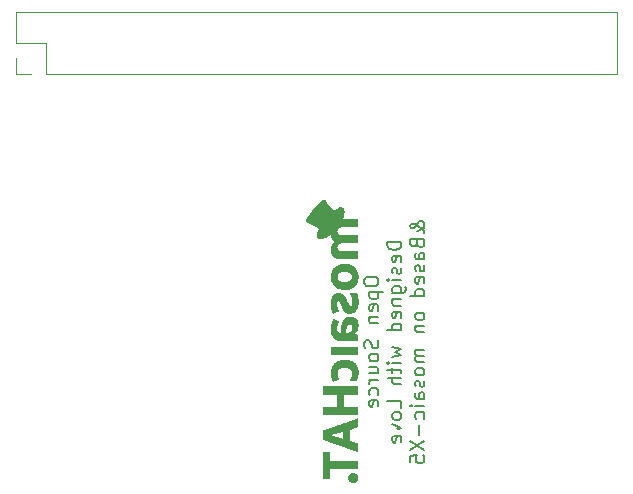
<source format=gbo>
G04 #@! TF.GenerationSoftware,KiCad,Pcbnew,(5.1.6)-1*
G04 #@! TF.CreationDate,2021-01-15T17:25:52+09:00*
G04 #@! TF.ProjectId,HATv2.0,48415476-322e-4302-9e6b-696361645f70,rev?*
G04 #@! TF.SameCoordinates,Original*
G04 #@! TF.FileFunction,Legend,Bot*
G04 #@! TF.FilePolarity,Positive*
%FSLAX46Y46*%
G04 Gerber Fmt 4.6, Leading zero omitted, Abs format (unit mm)*
G04 Created by KiCad (PCBNEW (5.1.6)-1) date 2021-01-15 17:25:52*
%MOMM*%
%LPD*%
G01*
G04 APERTURE LIST*
%ADD10C,0.150000*%
%ADD11C,0.010000*%
%ADD12C,0.120000*%
%ADD13C,1.900000*%
%ADD14R,1.900000X1.900000*%
%ADD15C,1.800000*%
%ADD16C,2.300000*%
%ADD17O,1.450000X1.450000*%
%ADD18R,1.450000X1.450000*%
%ADD19O,2.000000X1.300000*%
%ADD20C,1.550000*%
%ADD21O,1.800000X1.800000*%
%ADD22R,1.800000X1.800000*%
%ADD23C,2.350000*%
%ADD24O,1.800000X2.100000*%
%ADD25C,0.900000*%
%ADD26C,1.100000*%
G04 APERTURE END LIST*
D10*
X157142857Y-45371428D02*
X157142857Y-45600000D01*
X157200000Y-45714285D01*
X157314285Y-45828571D01*
X157542857Y-45885714D01*
X157942857Y-45885714D01*
X158171428Y-45828571D01*
X158285714Y-45714285D01*
X158342857Y-45600000D01*
X158342857Y-45371428D01*
X158285714Y-45257142D01*
X158171428Y-45142857D01*
X157942857Y-45085714D01*
X157542857Y-45085714D01*
X157314285Y-45142857D01*
X157200000Y-45257142D01*
X157142857Y-45371428D01*
X157542857Y-46400000D02*
X158742857Y-46400000D01*
X157600000Y-46400000D02*
X157542857Y-46514285D01*
X157542857Y-46742857D01*
X157600000Y-46857142D01*
X157657142Y-46914285D01*
X157771428Y-46971428D01*
X158114285Y-46971428D01*
X158228571Y-46914285D01*
X158285714Y-46857142D01*
X158342857Y-46742857D01*
X158342857Y-46514285D01*
X158285714Y-46400000D01*
X158285714Y-47942857D02*
X158342857Y-47828571D01*
X158342857Y-47600000D01*
X158285714Y-47485714D01*
X158171428Y-47428571D01*
X157714285Y-47428571D01*
X157600000Y-47485714D01*
X157542857Y-47600000D01*
X157542857Y-47828571D01*
X157600000Y-47942857D01*
X157714285Y-48000000D01*
X157828571Y-48000000D01*
X157942857Y-47428571D01*
X157542857Y-48514285D02*
X158342857Y-48514285D01*
X157657142Y-48514285D02*
X157600000Y-48571428D01*
X157542857Y-48685714D01*
X157542857Y-48857142D01*
X157600000Y-48971428D01*
X157714285Y-49028571D01*
X158342857Y-49028571D01*
X158285714Y-50457142D02*
X158342857Y-50628571D01*
X158342857Y-50914285D01*
X158285714Y-51028571D01*
X158228571Y-51085714D01*
X158114285Y-51142857D01*
X158000000Y-51142857D01*
X157885714Y-51085714D01*
X157828571Y-51028571D01*
X157771428Y-50914285D01*
X157714285Y-50685714D01*
X157657142Y-50571428D01*
X157600000Y-50514285D01*
X157485714Y-50457142D01*
X157371428Y-50457142D01*
X157257142Y-50514285D01*
X157200000Y-50571428D01*
X157142857Y-50685714D01*
X157142857Y-50971428D01*
X157200000Y-51142857D01*
X158342857Y-51828571D02*
X158285714Y-51714285D01*
X158228571Y-51657142D01*
X158114285Y-51600000D01*
X157771428Y-51600000D01*
X157657142Y-51657142D01*
X157600000Y-51714285D01*
X157542857Y-51828571D01*
X157542857Y-52000000D01*
X157600000Y-52114285D01*
X157657142Y-52171428D01*
X157771428Y-52228571D01*
X158114285Y-52228571D01*
X158228571Y-52171428D01*
X158285714Y-52114285D01*
X158342857Y-52000000D01*
X158342857Y-51828571D01*
X157542857Y-53257142D02*
X158342857Y-53257142D01*
X157542857Y-52742857D02*
X158171428Y-52742857D01*
X158285714Y-52800000D01*
X158342857Y-52914285D01*
X158342857Y-53085714D01*
X158285714Y-53200000D01*
X158228571Y-53257142D01*
X158342857Y-53828571D02*
X157542857Y-53828571D01*
X157771428Y-53828571D02*
X157657142Y-53885714D01*
X157600000Y-53942857D01*
X157542857Y-54057142D01*
X157542857Y-54171428D01*
X158285714Y-55085714D02*
X158342857Y-54971428D01*
X158342857Y-54742857D01*
X158285714Y-54628571D01*
X158228571Y-54571428D01*
X158114285Y-54514285D01*
X157771428Y-54514285D01*
X157657142Y-54571428D01*
X157600000Y-54628571D01*
X157542857Y-54742857D01*
X157542857Y-54971428D01*
X157600000Y-55085714D01*
X158285714Y-56057142D02*
X158342857Y-55942857D01*
X158342857Y-55714285D01*
X158285714Y-55600000D01*
X158171428Y-55542857D01*
X157714285Y-55542857D01*
X157600000Y-55600000D01*
X157542857Y-55714285D01*
X157542857Y-55942857D01*
X157600000Y-56057142D01*
X157714285Y-56114285D01*
X157828571Y-56114285D01*
X157942857Y-55542857D01*
X160292857Y-42142857D02*
X159092857Y-42142857D01*
X159092857Y-42428571D01*
X159150000Y-42600000D01*
X159264285Y-42714285D01*
X159378571Y-42771428D01*
X159607142Y-42828571D01*
X159778571Y-42828571D01*
X160007142Y-42771428D01*
X160121428Y-42714285D01*
X160235714Y-42600000D01*
X160292857Y-42428571D01*
X160292857Y-42142857D01*
X160235714Y-43800000D02*
X160292857Y-43685714D01*
X160292857Y-43457142D01*
X160235714Y-43342857D01*
X160121428Y-43285714D01*
X159664285Y-43285714D01*
X159550000Y-43342857D01*
X159492857Y-43457142D01*
X159492857Y-43685714D01*
X159550000Y-43800000D01*
X159664285Y-43857142D01*
X159778571Y-43857142D01*
X159892857Y-43285714D01*
X160235714Y-44314285D02*
X160292857Y-44428571D01*
X160292857Y-44657142D01*
X160235714Y-44771428D01*
X160121428Y-44828571D01*
X160064285Y-44828571D01*
X159950000Y-44771428D01*
X159892857Y-44657142D01*
X159892857Y-44485714D01*
X159835714Y-44371428D01*
X159721428Y-44314285D01*
X159664285Y-44314285D01*
X159550000Y-44371428D01*
X159492857Y-44485714D01*
X159492857Y-44657142D01*
X159550000Y-44771428D01*
X160292857Y-45342857D02*
X159492857Y-45342857D01*
X159092857Y-45342857D02*
X159150000Y-45285714D01*
X159207142Y-45342857D01*
X159150000Y-45400000D01*
X159092857Y-45342857D01*
X159207142Y-45342857D01*
X159492857Y-46428571D02*
X160464285Y-46428571D01*
X160578571Y-46371428D01*
X160635714Y-46314285D01*
X160692857Y-46200000D01*
X160692857Y-46028571D01*
X160635714Y-45914285D01*
X160235714Y-46428571D02*
X160292857Y-46314285D01*
X160292857Y-46085714D01*
X160235714Y-45971428D01*
X160178571Y-45914285D01*
X160064285Y-45857142D01*
X159721428Y-45857142D01*
X159607142Y-45914285D01*
X159550000Y-45971428D01*
X159492857Y-46085714D01*
X159492857Y-46314285D01*
X159550000Y-46428571D01*
X159492857Y-47000000D02*
X160292857Y-47000000D01*
X159607142Y-47000000D02*
X159550000Y-47057142D01*
X159492857Y-47171428D01*
X159492857Y-47342857D01*
X159550000Y-47457142D01*
X159664285Y-47514285D01*
X160292857Y-47514285D01*
X160235714Y-48542857D02*
X160292857Y-48428571D01*
X160292857Y-48200000D01*
X160235714Y-48085714D01*
X160121428Y-48028571D01*
X159664285Y-48028571D01*
X159550000Y-48085714D01*
X159492857Y-48200000D01*
X159492857Y-48428571D01*
X159550000Y-48542857D01*
X159664285Y-48600000D01*
X159778571Y-48600000D01*
X159892857Y-48028571D01*
X160292857Y-49628571D02*
X159092857Y-49628571D01*
X160235714Y-49628571D02*
X160292857Y-49514285D01*
X160292857Y-49285714D01*
X160235714Y-49171428D01*
X160178571Y-49114285D01*
X160064285Y-49057142D01*
X159721428Y-49057142D01*
X159607142Y-49114285D01*
X159550000Y-49171428D01*
X159492857Y-49285714D01*
X159492857Y-49514285D01*
X159550000Y-49628571D01*
X159492857Y-51000000D02*
X160292857Y-51228571D01*
X159721428Y-51457142D01*
X160292857Y-51685714D01*
X159492857Y-51914285D01*
X160292857Y-52371428D02*
X159492857Y-52371428D01*
X159092857Y-52371428D02*
X159150000Y-52314285D01*
X159207142Y-52371428D01*
X159150000Y-52428571D01*
X159092857Y-52371428D01*
X159207142Y-52371428D01*
X159492857Y-52771428D02*
X159492857Y-53228571D01*
X159092857Y-52942857D02*
X160121428Y-52942857D01*
X160235714Y-53000000D01*
X160292857Y-53114285D01*
X160292857Y-53228571D01*
X160292857Y-53628571D02*
X159092857Y-53628571D01*
X160292857Y-54142857D02*
X159664285Y-54142857D01*
X159550000Y-54085714D01*
X159492857Y-53971428D01*
X159492857Y-53800000D01*
X159550000Y-53685714D01*
X159607142Y-53628571D01*
X160292857Y-56200000D02*
X160292857Y-55628571D01*
X159092857Y-55628571D01*
X160292857Y-56771428D02*
X160235714Y-56657142D01*
X160178571Y-56600000D01*
X160064285Y-56542857D01*
X159721428Y-56542857D01*
X159607142Y-56600000D01*
X159550000Y-56657142D01*
X159492857Y-56771428D01*
X159492857Y-56942857D01*
X159550000Y-57057142D01*
X159607142Y-57114285D01*
X159721428Y-57171428D01*
X160064285Y-57171428D01*
X160178571Y-57114285D01*
X160235714Y-57057142D01*
X160292857Y-56942857D01*
X160292857Y-56771428D01*
X159492857Y-57571428D02*
X160292857Y-57857142D01*
X159492857Y-58142857D01*
X160235714Y-59057142D02*
X160292857Y-58942857D01*
X160292857Y-58714285D01*
X160235714Y-58600000D01*
X160121428Y-58542857D01*
X159664285Y-58542857D01*
X159550000Y-58600000D01*
X159492857Y-58714285D01*
X159492857Y-58942857D01*
X159550000Y-59057142D01*
X159664285Y-59114285D01*
X159778571Y-59114285D01*
X159892857Y-58542857D01*
X162242857Y-41371428D02*
X162242857Y-41314285D01*
X162185714Y-41200000D01*
X162014285Y-41028571D01*
X161671428Y-40742857D01*
X161500000Y-40628571D01*
X161328571Y-40571428D01*
X161214285Y-40571428D01*
X161100000Y-40628571D01*
X161042857Y-40742857D01*
X161042857Y-40800000D01*
X161100000Y-40914285D01*
X161214285Y-40971428D01*
X161271428Y-40971428D01*
X161385714Y-40914285D01*
X161442857Y-40857142D01*
X161671428Y-40514285D01*
X161728571Y-40457142D01*
X161842857Y-40400000D01*
X162014285Y-40400000D01*
X162128571Y-40457142D01*
X162185714Y-40514285D01*
X162242857Y-40628571D01*
X162242857Y-40800000D01*
X162185714Y-40914285D01*
X162128571Y-40971428D01*
X161900000Y-41142857D01*
X161728571Y-41200000D01*
X161614285Y-41200000D01*
X161614285Y-42285714D02*
X161671428Y-42457142D01*
X161728571Y-42514285D01*
X161842857Y-42571428D01*
X162014285Y-42571428D01*
X162128571Y-42514285D01*
X162185714Y-42457142D01*
X162242857Y-42342857D01*
X162242857Y-41885714D01*
X161042857Y-41885714D01*
X161042857Y-42285714D01*
X161100000Y-42400000D01*
X161157142Y-42457142D01*
X161271428Y-42514285D01*
X161385714Y-42514285D01*
X161500000Y-42457142D01*
X161557142Y-42400000D01*
X161614285Y-42285714D01*
X161614285Y-41885714D01*
X162242857Y-43600000D02*
X161614285Y-43600000D01*
X161500000Y-43542857D01*
X161442857Y-43428571D01*
X161442857Y-43200000D01*
X161500000Y-43085714D01*
X162185714Y-43600000D02*
X162242857Y-43485714D01*
X162242857Y-43200000D01*
X162185714Y-43085714D01*
X162071428Y-43028571D01*
X161957142Y-43028571D01*
X161842857Y-43085714D01*
X161785714Y-43200000D01*
X161785714Y-43485714D01*
X161728571Y-43600000D01*
X162185714Y-44114285D02*
X162242857Y-44228571D01*
X162242857Y-44457142D01*
X162185714Y-44571428D01*
X162071428Y-44628571D01*
X162014285Y-44628571D01*
X161900000Y-44571428D01*
X161842857Y-44457142D01*
X161842857Y-44285714D01*
X161785714Y-44171428D01*
X161671428Y-44114285D01*
X161614285Y-44114285D01*
X161500000Y-44171428D01*
X161442857Y-44285714D01*
X161442857Y-44457142D01*
X161500000Y-44571428D01*
X162185714Y-45600000D02*
X162242857Y-45485714D01*
X162242857Y-45257142D01*
X162185714Y-45142857D01*
X162071428Y-45085714D01*
X161614285Y-45085714D01*
X161500000Y-45142857D01*
X161442857Y-45257142D01*
X161442857Y-45485714D01*
X161500000Y-45600000D01*
X161614285Y-45657142D01*
X161728571Y-45657142D01*
X161842857Y-45085714D01*
X162242857Y-46685714D02*
X161042857Y-46685714D01*
X162185714Y-46685714D02*
X162242857Y-46571428D01*
X162242857Y-46342857D01*
X162185714Y-46228571D01*
X162128571Y-46171428D01*
X162014285Y-46114285D01*
X161671428Y-46114285D01*
X161557142Y-46171428D01*
X161500000Y-46228571D01*
X161442857Y-46342857D01*
X161442857Y-46571428D01*
X161500000Y-46685714D01*
X162242857Y-48342857D02*
X162185714Y-48228571D01*
X162128571Y-48171428D01*
X162014285Y-48114285D01*
X161671428Y-48114285D01*
X161557142Y-48171428D01*
X161500000Y-48228571D01*
X161442857Y-48342857D01*
X161442857Y-48514285D01*
X161500000Y-48628571D01*
X161557142Y-48685714D01*
X161671428Y-48742857D01*
X162014285Y-48742857D01*
X162128571Y-48685714D01*
X162185714Y-48628571D01*
X162242857Y-48514285D01*
X162242857Y-48342857D01*
X161442857Y-49257142D02*
X162242857Y-49257142D01*
X161557142Y-49257142D02*
X161500000Y-49314285D01*
X161442857Y-49428571D01*
X161442857Y-49600000D01*
X161500000Y-49714285D01*
X161614285Y-49771428D01*
X162242857Y-49771428D01*
X162242857Y-51257142D02*
X161442857Y-51257142D01*
X161557142Y-51257142D02*
X161500000Y-51314285D01*
X161442857Y-51428571D01*
X161442857Y-51600000D01*
X161500000Y-51714285D01*
X161614285Y-51771428D01*
X162242857Y-51771428D01*
X161614285Y-51771428D02*
X161500000Y-51828571D01*
X161442857Y-51942857D01*
X161442857Y-52114285D01*
X161500000Y-52228571D01*
X161614285Y-52285714D01*
X162242857Y-52285714D01*
X162242857Y-53028571D02*
X162185714Y-52914285D01*
X162128571Y-52857142D01*
X162014285Y-52800000D01*
X161671428Y-52800000D01*
X161557142Y-52857142D01*
X161500000Y-52914285D01*
X161442857Y-53028571D01*
X161442857Y-53200000D01*
X161500000Y-53314285D01*
X161557142Y-53371428D01*
X161671428Y-53428571D01*
X162014285Y-53428571D01*
X162128571Y-53371428D01*
X162185714Y-53314285D01*
X162242857Y-53200000D01*
X162242857Y-53028571D01*
X162185714Y-53885714D02*
X162242857Y-54000000D01*
X162242857Y-54228571D01*
X162185714Y-54342857D01*
X162071428Y-54400000D01*
X162014285Y-54400000D01*
X161900000Y-54342857D01*
X161842857Y-54228571D01*
X161842857Y-54057142D01*
X161785714Y-53942857D01*
X161671428Y-53885714D01*
X161614285Y-53885714D01*
X161500000Y-53942857D01*
X161442857Y-54057142D01*
X161442857Y-54228571D01*
X161500000Y-54342857D01*
X162242857Y-55428571D02*
X161614285Y-55428571D01*
X161500000Y-55371428D01*
X161442857Y-55257142D01*
X161442857Y-55028571D01*
X161500000Y-54914285D01*
X162185714Y-55428571D02*
X162242857Y-55314285D01*
X162242857Y-55028571D01*
X162185714Y-54914285D01*
X162071428Y-54857142D01*
X161957142Y-54857142D01*
X161842857Y-54914285D01*
X161785714Y-55028571D01*
X161785714Y-55314285D01*
X161728571Y-55428571D01*
X162242857Y-56000000D02*
X161442857Y-56000000D01*
X161042857Y-56000000D02*
X161100000Y-55942857D01*
X161157142Y-56000000D01*
X161100000Y-56057142D01*
X161042857Y-56000000D01*
X161157142Y-56000000D01*
X162185714Y-57085714D02*
X162242857Y-56971428D01*
X162242857Y-56742857D01*
X162185714Y-56628571D01*
X162128571Y-56571428D01*
X162014285Y-56514285D01*
X161671428Y-56514285D01*
X161557142Y-56571428D01*
X161500000Y-56628571D01*
X161442857Y-56742857D01*
X161442857Y-56971428D01*
X161500000Y-57085714D01*
X161785714Y-57600000D02*
X161785714Y-58514285D01*
X161042857Y-58971428D02*
X162242857Y-59771428D01*
X161042857Y-59771428D02*
X162242857Y-58971428D01*
X161042857Y-60800000D02*
X161042857Y-60228571D01*
X161614285Y-60171428D01*
X161557142Y-60228571D01*
X161500000Y-60342857D01*
X161500000Y-60628571D01*
X161557142Y-60742857D01*
X161614285Y-60800000D01*
X161728571Y-60857142D01*
X162014285Y-60857142D01*
X162128571Y-60800000D01*
X162185714Y-60742857D01*
X162242857Y-60628571D01*
X162242857Y-60342857D01*
X162185714Y-60228571D01*
X162128571Y-60171428D01*
D11*
G36*
X155781810Y-62107848D02*
G01*
X155784547Y-62132800D01*
X155787917Y-62153863D01*
X155804630Y-62215259D01*
X155829893Y-62271679D01*
X155863068Y-62322485D01*
X155903518Y-62367041D01*
X155950606Y-62404709D01*
X156003694Y-62434851D01*
X156062145Y-62456830D01*
X156099976Y-62465922D01*
X156158932Y-62472152D01*
X156218350Y-62468618D01*
X156276995Y-62455571D01*
X156333635Y-62433264D01*
X156375836Y-62409465D01*
X156423622Y-62372796D01*
X156464651Y-62329545D01*
X156498423Y-62280872D01*
X156524437Y-62227939D01*
X156542195Y-62171907D01*
X156551195Y-62113937D01*
X156550939Y-62055190D01*
X156545320Y-62015880D01*
X156528155Y-61955248D01*
X156502398Y-61899440D01*
X156468733Y-61849130D01*
X156427843Y-61804992D01*
X156380411Y-61767702D01*
X156327119Y-61737935D01*
X156268651Y-61716364D01*
X156233703Y-61708077D01*
X156174902Y-61701818D01*
X156116262Y-61705175D01*
X156058919Y-61717652D01*
X156004012Y-61738752D01*
X155952678Y-61767979D01*
X155906054Y-61804836D01*
X155865278Y-61848826D01*
X155844374Y-61878003D01*
X155818233Y-61925981D01*
X155798308Y-61978423D01*
X155785515Y-62032320D01*
X155780769Y-62084662D01*
X155780760Y-62087000D01*
X155781810Y-62107848D01*
G37*
X155781810Y-62107848D02*
X155784547Y-62132800D01*
X155787917Y-62153863D01*
X155804630Y-62215259D01*
X155829893Y-62271679D01*
X155863068Y-62322485D01*
X155903518Y-62367041D01*
X155950606Y-62404709D01*
X156003694Y-62434851D01*
X156062145Y-62456830D01*
X156099976Y-62465922D01*
X156158932Y-62472152D01*
X156218350Y-62468618D01*
X156276995Y-62455571D01*
X156333635Y-62433264D01*
X156375836Y-62409465D01*
X156423622Y-62372796D01*
X156464651Y-62329545D01*
X156498423Y-62280872D01*
X156524437Y-62227939D01*
X156542195Y-62171907D01*
X156551195Y-62113937D01*
X156550939Y-62055190D01*
X156545320Y-62015880D01*
X156528155Y-61955248D01*
X156502398Y-61899440D01*
X156468733Y-61849130D01*
X156427843Y-61804992D01*
X156380411Y-61767702D01*
X156327119Y-61737935D01*
X156268651Y-61716364D01*
X156233703Y-61708077D01*
X156174902Y-61701818D01*
X156116262Y-61705175D01*
X156058919Y-61717652D01*
X156004012Y-61738752D01*
X155952678Y-61767979D01*
X155906054Y-61804836D01*
X155865278Y-61848826D01*
X155844374Y-61878003D01*
X155818233Y-61925981D01*
X155798308Y-61978423D01*
X155785515Y-62032320D01*
X155780769Y-62084662D01*
X155780760Y-62087000D01*
X155781810Y-62107848D01*
G36*
X154195800Y-62092080D02*
G01*
X154195800Y-61309760D01*
X156552920Y-61309760D01*
X156552920Y-60705240D01*
X154195800Y-60705240D01*
X154195800Y-59928000D01*
X153687800Y-59928000D01*
X153687800Y-62092080D01*
X154195800Y-62092080D01*
G37*
X154195800Y-62092080D02*
X154195800Y-61309760D01*
X156552920Y-61309760D01*
X156552920Y-60705240D01*
X154195800Y-60705240D01*
X154195800Y-59928000D01*
X153687800Y-59928000D01*
X153687800Y-62092080D01*
X154195800Y-62092080D01*
G36*
X153678877Y-58461253D02*
G01*
X153680180Y-58832449D01*
X156550380Y-59845657D01*
X156551687Y-59520259D01*
X156551892Y-59463743D01*
X156552042Y-59410296D01*
X156552138Y-59360773D01*
X156552181Y-59316028D01*
X156552171Y-59276918D01*
X156552107Y-59244296D01*
X156551992Y-59219017D01*
X156551824Y-59201937D01*
X156551604Y-59193910D01*
X156551530Y-59193397D01*
X156546551Y-59191712D01*
X156532634Y-59187315D01*
X156510563Y-59180449D01*
X156481122Y-59171352D01*
X156445094Y-59160268D01*
X156403265Y-59147436D01*
X156356418Y-59133097D01*
X156305335Y-59117492D01*
X156250803Y-59100862D01*
X156211177Y-59088796D01*
X155872288Y-58985660D01*
X155874740Y-57939192D01*
X156177000Y-57846906D01*
X156231509Y-57830268D01*
X156284052Y-57814237D01*
X156333664Y-57799107D01*
X156379382Y-57785172D01*
X156420241Y-57772726D01*
X156455279Y-57762062D01*
X156483529Y-57753475D01*
X156504029Y-57747256D01*
X156515815Y-57743701D01*
X156516090Y-57743619D01*
X156552920Y-57732618D01*
X156552920Y-57078725D01*
X156518630Y-57090522D01*
X156511647Y-57092961D01*
X156495543Y-57098610D01*
X156470783Y-57107305D01*
X156437828Y-57118883D01*
X156397143Y-57133182D01*
X156349191Y-57150037D01*
X156294435Y-57169287D01*
X156233339Y-57190769D01*
X156166366Y-57214318D01*
X156093979Y-57239773D01*
X156016642Y-57266970D01*
X155934818Y-57295746D01*
X155848971Y-57325939D01*
X155759563Y-57357385D01*
X155667059Y-57389921D01*
X155571922Y-57423384D01*
X155474614Y-57457611D01*
X155375600Y-57492440D01*
X155361960Y-57497238D01*
X155361960Y-58094120D01*
X155362324Y-58099067D01*
X155362669Y-58113381D01*
X155362991Y-58136268D01*
X155363285Y-58166935D01*
X155363547Y-58204586D01*
X155363771Y-58248430D01*
X155363953Y-58297673D01*
X155364089Y-58351520D01*
X155364172Y-58409179D01*
X155364200Y-58467235D01*
X155364200Y-58840351D01*
X155350230Y-58835711D01*
X155342606Y-58833286D01*
X155326314Y-58828182D01*
X155302394Y-58820722D01*
X155271885Y-58811228D01*
X155235824Y-58800025D01*
X155195251Y-58787434D01*
X155151204Y-58773779D01*
X155112740Y-58761865D01*
X154986579Y-58722828D01*
X154870009Y-58686810D01*
X154762927Y-58653781D01*
X154665232Y-58623708D01*
X154576823Y-58596563D01*
X154497597Y-58572312D01*
X154427455Y-58550926D01*
X154366293Y-58532373D01*
X154314011Y-58516623D01*
X154270508Y-58503644D01*
X154235681Y-58493406D01*
X154209430Y-58485878D01*
X154195999Y-58482176D01*
X154171337Y-58475287D01*
X154151505Y-58469207D01*
X154137914Y-58464413D01*
X154131974Y-58461384D01*
X154132499Y-58460640D01*
X154144815Y-58457781D01*
X154166209Y-58452128D01*
X154196047Y-58443869D01*
X154233694Y-58433192D01*
X154278516Y-58420286D01*
X154329879Y-58405338D01*
X154387148Y-58388537D01*
X154449690Y-58370072D01*
X154516869Y-58350130D01*
X154588051Y-58328899D01*
X154662603Y-58306568D01*
X154739889Y-58283324D01*
X154819276Y-58259357D01*
X154900128Y-58234854D01*
X154981813Y-58210004D01*
X155063695Y-58184994D01*
X155127010Y-58165583D01*
X155173603Y-58151289D01*
X155217176Y-58137948D01*
X155256777Y-58125849D01*
X155291457Y-58115283D01*
X155320264Y-58106538D01*
X155342248Y-58099903D01*
X155356456Y-58095668D01*
X155361938Y-58094121D01*
X155361960Y-58094120D01*
X155361960Y-57497238D01*
X155275343Y-57527707D01*
X155174306Y-57563249D01*
X155072952Y-57598903D01*
X154971745Y-57634506D01*
X154871149Y-57669896D01*
X154771626Y-57704908D01*
X154673640Y-57739381D01*
X154577655Y-57773151D01*
X154484134Y-57806055D01*
X154393539Y-57837930D01*
X154306336Y-57868613D01*
X154222986Y-57897942D01*
X154143954Y-57925752D01*
X154069702Y-57951882D01*
X154000694Y-57976167D01*
X153937394Y-57998446D01*
X153880264Y-58018555D01*
X153829769Y-58036331D01*
X153786371Y-58051611D01*
X153750535Y-58064232D01*
X153722722Y-58074031D01*
X153703398Y-58080845D01*
X153693024Y-58084511D01*
X153691577Y-58085026D01*
X153677574Y-58090056D01*
X153678877Y-58461253D01*
G37*
X153678877Y-58461253D02*
X153680180Y-58832449D01*
X156550380Y-59845657D01*
X156551687Y-59520259D01*
X156551892Y-59463743D01*
X156552042Y-59410296D01*
X156552138Y-59360773D01*
X156552181Y-59316028D01*
X156552171Y-59276918D01*
X156552107Y-59244296D01*
X156551992Y-59219017D01*
X156551824Y-59201937D01*
X156551604Y-59193910D01*
X156551530Y-59193397D01*
X156546551Y-59191712D01*
X156532634Y-59187315D01*
X156510563Y-59180449D01*
X156481122Y-59171352D01*
X156445094Y-59160268D01*
X156403265Y-59147436D01*
X156356418Y-59133097D01*
X156305335Y-59117492D01*
X156250803Y-59100862D01*
X156211177Y-59088796D01*
X155872288Y-58985660D01*
X155874740Y-57939192D01*
X156177000Y-57846906D01*
X156231509Y-57830268D01*
X156284052Y-57814237D01*
X156333664Y-57799107D01*
X156379382Y-57785172D01*
X156420241Y-57772726D01*
X156455279Y-57762062D01*
X156483529Y-57753475D01*
X156504029Y-57747256D01*
X156515815Y-57743701D01*
X156516090Y-57743619D01*
X156552920Y-57732618D01*
X156552920Y-57078725D01*
X156518630Y-57090522D01*
X156511647Y-57092961D01*
X156495543Y-57098610D01*
X156470783Y-57107305D01*
X156437828Y-57118883D01*
X156397143Y-57133182D01*
X156349191Y-57150037D01*
X156294435Y-57169287D01*
X156233339Y-57190769D01*
X156166366Y-57214318D01*
X156093979Y-57239773D01*
X156016642Y-57266970D01*
X155934818Y-57295746D01*
X155848971Y-57325939D01*
X155759563Y-57357385D01*
X155667059Y-57389921D01*
X155571922Y-57423384D01*
X155474614Y-57457611D01*
X155375600Y-57492440D01*
X155361960Y-57497238D01*
X155361960Y-58094120D01*
X155362324Y-58099067D01*
X155362669Y-58113381D01*
X155362991Y-58136268D01*
X155363285Y-58166935D01*
X155363547Y-58204586D01*
X155363771Y-58248430D01*
X155363953Y-58297673D01*
X155364089Y-58351520D01*
X155364172Y-58409179D01*
X155364200Y-58467235D01*
X155364200Y-58840351D01*
X155350230Y-58835711D01*
X155342606Y-58833286D01*
X155326314Y-58828182D01*
X155302394Y-58820722D01*
X155271885Y-58811228D01*
X155235824Y-58800025D01*
X155195251Y-58787434D01*
X155151204Y-58773779D01*
X155112740Y-58761865D01*
X154986579Y-58722828D01*
X154870009Y-58686810D01*
X154762927Y-58653781D01*
X154665232Y-58623708D01*
X154576823Y-58596563D01*
X154497597Y-58572312D01*
X154427455Y-58550926D01*
X154366293Y-58532373D01*
X154314011Y-58516623D01*
X154270508Y-58503644D01*
X154235681Y-58493406D01*
X154209430Y-58485878D01*
X154195999Y-58482176D01*
X154171337Y-58475287D01*
X154151505Y-58469207D01*
X154137914Y-58464413D01*
X154131974Y-58461384D01*
X154132499Y-58460640D01*
X154144815Y-58457781D01*
X154166209Y-58452128D01*
X154196047Y-58443869D01*
X154233694Y-58433192D01*
X154278516Y-58420286D01*
X154329879Y-58405338D01*
X154387148Y-58388537D01*
X154449690Y-58370072D01*
X154516869Y-58350130D01*
X154588051Y-58328899D01*
X154662603Y-58306568D01*
X154739889Y-58283324D01*
X154819276Y-58259357D01*
X154900128Y-58234854D01*
X154981813Y-58210004D01*
X155063695Y-58184994D01*
X155127010Y-58165583D01*
X155173603Y-58151289D01*
X155217176Y-58137948D01*
X155256777Y-58125849D01*
X155291457Y-58115283D01*
X155320264Y-58106538D01*
X155342248Y-58099903D01*
X155356456Y-58095668D01*
X155361938Y-58094121D01*
X155361960Y-58094120D01*
X155361960Y-57497238D01*
X155275343Y-57527707D01*
X155174306Y-57563249D01*
X155072952Y-57598903D01*
X154971745Y-57634506D01*
X154871149Y-57669896D01*
X154771626Y-57704908D01*
X154673640Y-57739381D01*
X154577655Y-57773151D01*
X154484134Y-57806055D01*
X154393539Y-57837930D01*
X154306336Y-57868613D01*
X154222986Y-57897942D01*
X154143954Y-57925752D01*
X154069702Y-57951882D01*
X154000694Y-57976167D01*
X153937394Y-57998446D01*
X153880264Y-58018555D01*
X153829769Y-58036331D01*
X153786371Y-58051611D01*
X153750535Y-58064232D01*
X153722722Y-58074031D01*
X153703398Y-58080845D01*
X153693024Y-58084511D01*
X153691577Y-58085026D01*
X153677574Y-58090056D01*
X153678877Y-58461253D01*
G36*
X154810480Y-54969920D02*
G01*
X154810480Y-56107840D01*
X153687800Y-56107840D01*
X153687800Y-56712360D01*
X156552920Y-56712360D01*
X156552920Y-56107840D01*
X155318480Y-56107840D01*
X155318480Y-54969920D01*
X156552920Y-54969920D01*
X156552920Y-54365400D01*
X153687800Y-54365400D01*
X153687800Y-54969920D01*
X154810480Y-54969920D01*
G37*
X154810480Y-54969920D02*
X154810480Y-56107840D01*
X153687800Y-56107840D01*
X153687800Y-56712360D01*
X156552920Y-56712360D01*
X156552920Y-56107840D01*
X155318480Y-56107840D01*
X155318480Y-54969920D01*
X156552920Y-54969920D01*
X156552920Y-54365400D01*
X153687800Y-54365400D01*
X153687800Y-54969920D01*
X154810480Y-54969920D01*
G36*
X156552920Y-51627280D02*
G01*
X156552920Y-51032920D01*
X154363440Y-51032920D01*
X154363440Y-51627280D01*
X156552920Y-51627280D01*
G37*
X156552920Y-51627280D02*
X156552920Y-51032920D01*
X154363440Y-51032920D01*
X154363440Y-51627280D01*
X156552920Y-51627280D01*
G36*
X152238547Y-40349892D02*
G01*
X152243893Y-40363436D01*
X152253676Y-40374620D01*
X152269531Y-40385206D01*
X152293093Y-40396957D01*
X152298193Y-40399293D01*
X152339899Y-40418735D01*
X152388722Y-40442329D01*
X152442953Y-40469195D01*
X152500883Y-40498452D01*
X152560802Y-40529221D01*
X152621001Y-40560622D01*
X152679771Y-40591774D01*
X152735403Y-40621798D01*
X152786187Y-40649813D01*
X152801340Y-40658326D01*
X152844153Y-40682823D01*
X152889295Y-40709233D01*
X152935961Y-40737043D01*
X152983344Y-40765735D01*
X153030641Y-40794796D01*
X153077046Y-40823709D01*
X153121755Y-40851960D01*
X153163962Y-40879033D01*
X153202863Y-40904412D01*
X153237652Y-40927583D01*
X153267525Y-40948030D01*
X153291676Y-40965238D01*
X153309301Y-40978691D01*
X153319595Y-40987874D01*
X153322021Y-40991664D01*
X153319538Y-40999479D01*
X153313450Y-41011350D01*
X153312080Y-41013651D01*
X153304673Y-41026298D01*
X153294585Y-41044153D01*
X153283936Y-41063463D01*
X153283399Y-41064451D01*
X153272294Y-41084860D01*
X153261246Y-41105120D01*
X153252682Y-41120780D01*
X153231972Y-41161280D01*
X153210970Y-41207300D01*
X153190560Y-41256493D01*
X153171627Y-41306510D01*
X153155057Y-41355002D01*
X153141735Y-41399621D01*
X153132545Y-41438019D01*
X153131935Y-41441171D01*
X153127020Y-41476758D01*
X153124589Y-41515999D01*
X153124644Y-41555450D01*
X153127189Y-41591669D01*
X153131742Y-41619207D01*
X153147350Y-41663890D01*
X153171689Y-41704939D01*
X153203678Y-41741359D01*
X153242239Y-41772158D01*
X153286290Y-41796342D01*
X153334752Y-41812918D01*
X153344900Y-41815237D01*
X153401922Y-41822666D01*
X153464812Y-41822471D01*
X153532985Y-41814877D01*
X153605855Y-41800107D01*
X153682837Y-41778385D01*
X153763345Y-41749933D01*
X153846792Y-41714976D01*
X153932595Y-41673738D01*
X154020166Y-41626441D01*
X154108921Y-41573310D01*
X154198274Y-41514567D01*
X154274224Y-41460415D01*
X154292486Y-41447086D01*
X154307452Y-41436480D01*
X154317437Y-41429772D01*
X154320763Y-41428018D01*
X154321582Y-41433216D01*
X154323037Y-41446655D01*
X154324939Y-41466448D01*
X154327101Y-41490709D01*
X154327689Y-41497582D01*
X154338624Y-41587979D01*
X154355554Y-41670521D01*
X154378671Y-41745693D01*
X154408165Y-41813979D01*
X154444226Y-41875861D01*
X154487045Y-41931825D01*
X154507529Y-41954135D01*
X154548179Y-41992425D01*
X154590233Y-42025219D01*
X154618710Y-42043511D01*
X154632521Y-42051961D01*
X154639699Y-42059042D01*
X154642415Y-42068459D01*
X154642839Y-42083912D01*
X154642840Y-42084660D01*
X154642840Y-42111795D01*
X154606112Y-42136247D01*
X154560411Y-42171492D01*
X154515926Y-42215000D01*
X154474230Y-42264882D01*
X154436894Y-42319247D01*
X154405491Y-42376205D01*
X154404045Y-42379213D01*
X154371313Y-42459335D01*
X154346939Y-42544750D01*
X154331020Y-42634838D01*
X154323653Y-42728978D01*
X154324936Y-42826548D01*
X154327930Y-42866820D01*
X154340201Y-42959505D01*
X154359370Y-43044744D01*
X154385490Y-43122599D01*
X154418612Y-43193131D01*
X154458792Y-43256403D01*
X154506080Y-43312476D01*
X154560530Y-43361412D01*
X154622195Y-43403273D01*
X154691127Y-43438120D01*
X154767380Y-43466016D01*
X154851006Y-43487023D01*
X154858740Y-43488548D01*
X154874075Y-43491498D01*
X154888412Y-43494179D01*
X154902285Y-43496605D01*
X154916226Y-43498789D01*
X154930771Y-43500745D01*
X154946452Y-43502490D01*
X154963803Y-43504035D01*
X154983358Y-43505396D01*
X155005651Y-43506587D01*
X155031216Y-43507622D01*
X155060586Y-43508515D01*
X155094295Y-43509281D01*
X155132877Y-43509934D01*
X155176866Y-43510487D01*
X155226795Y-43510956D01*
X155283199Y-43511355D01*
X155346610Y-43511697D01*
X155417563Y-43511997D01*
X155496592Y-43512269D01*
X155584230Y-43512528D01*
X155681011Y-43512787D01*
X155776950Y-43513035D01*
X156552920Y-43515027D01*
X156552920Y-42915080D01*
X155896330Y-42915036D01*
X155795011Y-42915012D01*
X155703299Y-42914947D01*
X155620637Y-42914829D01*
X155546472Y-42914643D01*
X155480250Y-42914380D01*
X155421415Y-42914025D01*
X155369414Y-42913567D01*
X155323692Y-42912994D01*
X155283694Y-42912292D01*
X155248866Y-42911450D01*
X155218654Y-42910455D01*
X155192504Y-42909295D01*
X155169860Y-42907957D01*
X155150169Y-42906430D01*
X155132876Y-42904700D01*
X155117426Y-42902755D01*
X155103266Y-42900584D01*
X155089840Y-42898172D01*
X155083295Y-42896886D01*
X155018842Y-42880264D01*
X154962828Y-42858006D01*
X154915197Y-42830052D01*
X154875891Y-42796337D01*
X154844856Y-42756801D01*
X154822034Y-42711381D01*
X154807370Y-42660015D01*
X154800806Y-42602639D01*
X154800408Y-42584275D01*
X154804465Y-42516186D01*
X154816908Y-42453827D01*
X154837717Y-42397223D01*
X154866870Y-42346401D01*
X154904347Y-42301384D01*
X154950127Y-42262198D01*
X155004189Y-42228869D01*
X155066511Y-42201422D01*
X155133684Y-42180734D01*
X155150289Y-42176514D01*
X155165510Y-42172717D01*
X155179942Y-42169317D01*
X155194180Y-42166291D01*
X155208817Y-42163617D01*
X155224448Y-42161269D01*
X155241668Y-42159224D01*
X155261072Y-42157460D01*
X155283254Y-42155951D01*
X155308809Y-42154674D01*
X155338331Y-42153606D01*
X155372415Y-42152723D01*
X155411655Y-42152002D01*
X155456646Y-42151418D01*
X155507983Y-42150948D01*
X155566260Y-42150568D01*
X155632072Y-42150255D01*
X155706013Y-42149985D01*
X155788678Y-42149735D01*
X155880661Y-42149480D01*
X155921730Y-42149367D01*
X156552920Y-42147625D01*
X156552920Y-41548560D01*
X155872460Y-41548560D01*
X155772768Y-41548545D01*
X155682710Y-41548499D01*
X155601759Y-41548416D01*
X155529387Y-41548290D01*
X155465070Y-41548116D01*
X155408279Y-41547889D01*
X155358489Y-41547603D01*
X155315173Y-41547252D01*
X155277805Y-41546832D01*
X155245857Y-41546337D01*
X155218803Y-41545761D01*
X155196117Y-41545100D01*
X155177272Y-41544348D01*
X155161741Y-41543499D01*
X155148998Y-41542547D01*
X155138516Y-41541489D01*
X155134590Y-41541002D01*
X155064345Y-41528514D01*
X155002624Y-41510621D01*
X154949291Y-41487233D01*
X154904213Y-41458260D01*
X154867253Y-41423612D01*
X154838278Y-41383200D01*
X154817152Y-41336933D01*
X154814114Y-41327790D01*
X154808264Y-41301607D01*
X154804367Y-41268312D01*
X154802445Y-41230768D01*
X154802521Y-41191840D01*
X154804615Y-41154391D01*
X154808752Y-41121283D01*
X154812385Y-41104060D01*
X154832342Y-41045808D01*
X154860417Y-40993658D01*
X154896590Y-40947634D01*
X154940836Y-40907760D01*
X154993136Y-40874060D01*
X155050854Y-40847556D01*
X155109367Y-40828336D01*
X155176373Y-40812510D01*
X155252189Y-40800023D01*
X155337131Y-40790819D01*
X155397220Y-40786581D01*
X155414339Y-40785893D01*
X155440804Y-40785232D01*
X155475803Y-40784605D01*
X155518521Y-40784018D01*
X155568146Y-40783477D01*
X155623864Y-40782990D01*
X155684861Y-40782562D01*
X155750325Y-40782201D01*
X155819441Y-40781913D01*
X155891397Y-40781704D01*
X155965378Y-40781582D01*
X156018250Y-40781551D01*
X156552920Y-40781480D01*
X156552920Y-40187120D01*
X155905220Y-40187120D01*
X155799449Y-40187086D01*
X155703667Y-40186985D01*
X155617704Y-40186814D01*
X155541386Y-40186572D01*
X155474545Y-40186258D01*
X155417008Y-40185871D01*
X155368605Y-40185409D01*
X155329165Y-40184870D01*
X155298517Y-40184254D01*
X155276489Y-40183558D01*
X155262911Y-40182782D01*
X155257611Y-40181923D01*
X155257520Y-40181787D01*
X155259691Y-40173797D01*
X155264792Y-40162391D01*
X155270500Y-40149273D01*
X155278447Y-40128093D01*
X155288087Y-40100562D01*
X155298873Y-40068389D01*
X155310256Y-40033282D01*
X155321690Y-39996951D01*
X155332628Y-39961105D01*
X155342521Y-39927454D01*
X155350824Y-39897706D01*
X155356105Y-39877240D01*
X155375904Y-39786315D01*
X155389708Y-39700723D01*
X155397519Y-39620893D01*
X155399339Y-39547250D01*
X155395172Y-39480222D01*
X155385019Y-39420235D01*
X155368883Y-39367718D01*
X155352962Y-39333680D01*
X155323208Y-39288912D01*
X155288465Y-39252939D01*
X155248994Y-39225896D01*
X155205056Y-39207914D01*
X155156911Y-39199127D01*
X155104821Y-39199668D01*
X155093141Y-39201014D01*
X155033790Y-39213171D01*
X154970717Y-39234192D01*
X154904562Y-39263765D01*
X154835963Y-39301578D01*
X154765560Y-39347319D01*
X154709267Y-39388714D01*
X154684170Y-39408428D01*
X154659054Y-39428722D01*
X154635180Y-39448515D01*
X154613807Y-39466729D01*
X154596194Y-39482283D01*
X154583603Y-39494099D01*
X154577292Y-39501097D01*
X154576800Y-39502217D01*
X154574936Y-39506383D01*
X154569004Y-39505065D01*
X154558491Y-39497850D01*
X154542883Y-39484323D01*
X154521668Y-39464070D01*
X154494334Y-39436677D01*
X154489227Y-39431470D01*
X154322106Y-39254599D01*
X154162391Y-39072896D01*
X154008892Y-38884942D01*
X153860418Y-38689315D01*
X153812867Y-38623595D01*
X153792588Y-38595593D01*
X153776716Y-38575022D01*
X153763951Y-38560911D01*
X153752991Y-38552286D01*
X153742536Y-38548174D01*
X153731284Y-38547602D01*
X153717935Y-38549597D01*
X153714783Y-38550243D01*
X153687666Y-38557653D01*
X153659514Y-38569078D01*
X153628393Y-38585453D01*
X153592373Y-38607711D01*
X153582418Y-38614276D01*
X153535172Y-38647965D01*
X153482797Y-38689319D01*
X153425958Y-38737660D01*
X153365316Y-38792306D01*
X153301536Y-38852577D01*
X153235282Y-38917791D01*
X153167216Y-38987269D01*
X153098002Y-39060330D01*
X153028305Y-39136292D01*
X152958786Y-39214475D01*
X152890110Y-39294199D01*
X152822940Y-39374783D01*
X152757940Y-39455546D01*
X152739416Y-39479128D01*
X152664687Y-39576210D01*
X152595429Y-39669058D01*
X152531791Y-39757422D01*
X152473918Y-39841052D01*
X152421959Y-39919699D01*
X152376062Y-39993112D01*
X152336373Y-40061041D01*
X152303041Y-40123237D01*
X152276212Y-40179449D01*
X152256034Y-40229428D01*
X152242655Y-40272923D01*
X152236222Y-40309686D01*
X152236005Y-40332225D01*
X152238547Y-40349892D01*
G37*
X152238547Y-40349892D02*
X152243893Y-40363436D01*
X152253676Y-40374620D01*
X152269531Y-40385206D01*
X152293093Y-40396957D01*
X152298193Y-40399293D01*
X152339899Y-40418735D01*
X152388722Y-40442329D01*
X152442953Y-40469195D01*
X152500883Y-40498452D01*
X152560802Y-40529221D01*
X152621001Y-40560622D01*
X152679771Y-40591774D01*
X152735403Y-40621798D01*
X152786187Y-40649813D01*
X152801340Y-40658326D01*
X152844153Y-40682823D01*
X152889295Y-40709233D01*
X152935961Y-40737043D01*
X152983344Y-40765735D01*
X153030641Y-40794796D01*
X153077046Y-40823709D01*
X153121755Y-40851960D01*
X153163962Y-40879033D01*
X153202863Y-40904412D01*
X153237652Y-40927583D01*
X153267525Y-40948030D01*
X153291676Y-40965238D01*
X153309301Y-40978691D01*
X153319595Y-40987874D01*
X153322021Y-40991664D01*
X153319538Y-40999479D01*
X153313450Y-41011350D01*
X153312080Y-41013651D01*
X153304673Y-41026298D01*
X153294585Y-41044153D01*
X153283936Y-41063463D01*
X153283399Y-41064451D01*
X153272294Y-41084860D01*
X153261246Y-41105120D01*
X153252682Y-41120780D01*
X153231972Y-41161280D01*
X153210970Y-41207300D01*
X153190560Y-41256493D01*
X153171627Y-41306510D01*
X153155057Y-41355002D01*
X153141735Y-41399621D01*
X153132545Y-41438019D01*
X153131935Y-41441171D01*
X153127020Y-41476758D01*
X153124589Y-41515999D01*
X153124644Y-41555450D01*
X153127189Y-41591669D01*
X153131742Y-41619207D01*
X153147350Y-41663890D01*
X153171689Y-41704939D01*
X153203678Y-41741359D01*
X153242239Y-41772158D01*
X153286290Y-41796342D01*
X153334752Y-41812918D01*
X153344900Y-41815237D01*
X153401922Y-41822666D01*
X153464812Y-41822471D01*
X153532985Y-41814877D01*
X153605855Y-41800107D01*
X153682837Y-41778385D01*
X153763345Y-41749933D01*
X153846792Y-41714976D01*
X153932595Y-41673738D01*
X154020166Y-41626441D01*
X154108921Y-41573310D01*
X154198274Y-41514567D01*
X154274224Y-41460415D01*
X154292486Y-41447086D01*
X154307452Y-41436480D01*
X154317437Y-41429772D01*
X154320763Y-41428018D01*
X154321582Y-41433216D01*
X154323037Y-41446655D01*
X154324939Y-41466448D01*
X154327101Y-41490709D01*
X154327689Y-41497582D01*
X154338624Y-41587979D01*
X154355554Y-41670521D01*
X154378671Y-41745693D01*
X154408165Y-41813979D01*
X154444226Y-41875861D01*
X154487045Y-41931825D01*
X154507529Y-41954135D01*
X154548179Y-41992425D01*
X154590233Y-42025219D01*
X154618710Y-42043511D01*
X154632521Y-42051961D01*
X154639699Y-42059042D01*
X154642415Y-42068459D01*
X154642839Y-42083912D01*
X154642840Y-42084660D01*
X154642840Y-42111795D01*
X154606112Y-42136247D01*
X154560411Y-42171492D01*
X154515926Y-42215000D01*
X154474230Y-42264882D01*
X154436894Y-42319247D01*
X154405491Y-42376205D01*
X154404045Y-42379213D01*
X154371313Y-42459335D01*
X154346939Y-42544750D01*
X154331020Y-42634838D01*
X154323653Y-42728978D01*
X154324936Y-42826548D01*
X154327930Y-42866820D01*
X154340201Y-42959505D01*
X154359370Y-43044744D01*
X154385490Y-43122599D01*
X154418612Y-43193131D01*
X154458792Y-43256403D01*
X154506080Y-43312476D01*
X154560530Y-43361412D01*
X154622195Y-43403273D01*
X154691127Y-43438120D01*
X154767380Y-43466016D01*
X154851006Y-43487023D01*
X154858740Y-43488548D01*
X154874075Y-43491498D01*
X154888412Y-43494179D01*
X154902285Y-43496605D01*
X154916226Y-43498789D01*
X154930771Y-43500745D01*
X154946452Y-43502490D01*
X154963803Y-43504035D01*
X154983358Y-43505396D01*
X155005651Y-43506587D01*
X155031216Y-43507622D01*
X155060586Y-43508515D01*
X155094295Y-43509281D01*
X155132877Y-43509934D01*
X155176866Y-43510487D01*
X155226795Y-43510956D01*
X155283199Y-43511355D01*
X155346610Y-43511697D01*
X155417563Y-43511997D01*
X155496592Y-43512269D01*
X155584230Y-43512528D01*
X155681011Y-43512787D01*
X155776950Y-43513035D01*
X156552920Y-43515027D01*
X156552920Y-42915080D01*
X155896330Y-42915036D01*
X155795011Y-42915012D01*
X155703299Y-42914947D01*
X155620637Y-42914829D01*
X155546472Y-42914643D01*
X155480250Y-42914380D01*
X155421415Y-42914025D01*
X155369414Y-42913567D01*
X155323692Y-42912994D01*
X155283694Y-42912292D01*
X155248866Y-42911450D01*
X155218654Y-42910455D01*
X155192504Y-42909295D01*
X155169860Y-42907957D01*
X155150169Y-42906430D01*
X155132876Y-42904700D01*
X155117426Y-42902755D01*
X155103266Y-42900584D01*
X155089840Y-42898172D01*
X155083295Y-42896886D01*
X155018842Y-42880264D01*
X154962828Y-42858006D01*
X154915197Y-42830052D01*
X154875891Y-42796337D01*
X154844856Y-42756801D01*
X154822034Y-42711381D01*
X154807370Y-42660015D01*
X154800806Y-42602639D01*
X154800408Y-42584275D01*
X154804465Y-42516186D01*
X154816908Y-42453827D01*
X154837717Y-42397223D01*
X154866870Y-42346401D01*
X154904347Y-42301384D01*
X154950127Y-42262198D01*
X155004189Y-42228869D01*
X155066511Y-42201422D01*
X155133684Y-42180734D01*
X155150289Y-42176514D01*
X155165510Y-42172717D01*
X155179942Y-42169317D01*
X155194180Y-42166291D01*
X155208817Y-42163617D01*
X155224448Y-42161269D01*
X155241668Y-42159224D01*
X155261072Y-42157460D01*
X155283254Y-42155951D01*
X155308809Y-42154674D01*
X155338331Y-42153606D01*
X155372415Y-42152723D01*
X155411655Y-42152002D01*
X155456646Y-42151418D01*
X155507983Y-42150948D01*
X155566260Y-42150568D01*
X155632072Y-42150255D01*
X155706013Y-42149985D01*
X155788678Y-42149735D01*
X155880661Y-42149480D01*
X155921730Y-42149367D01*
X156552920Y-42147625D01*
X156552920Y-41548560D01*
X155872460Y-41548560D01*
X155772768Y-41548545D01*
X155682710Y-41548499D01*
X155601759Y-41548416D01*
X155529387Y-41548290D01*
X155465070Y-41548116D01*
X155408279Y-41547889D01*
X155358489Y-41547603D01*
X155315173Y-41547252D01*
X155277805Y-41546832D01*
X155245857Y-41546337D01*
X155218803Y-41545761D01*
X155196117Y-41545100D01*
X155177272Y-41544348D01*
X155161741Y-41543499D01*
X155148998Y-41542547D01*
X155138516Y-41541489D01*
X155134590Y-41541002D01*
X155064345Y-41528514D01*
X155002624Y-41510621D01*
X154949291Y-41487233D01*
X154904213Y-41458260D01*
X154867253Y-41423612D01*
X154838278Y-41383200D01*
X154817152Y-41336933D01*
X154814114Y-41327790D01*
X154808264Y-41301607D01*
X154804367Y-41268312D01*
X154802445Y-41230768D01*
X154802521Y-41191840D01*
X154804615Y-41154391D01*
X154808752Y-41121283D01*
X154812385Y-41104060D01*
X154832342Y-41045808D01*
X154860417Y-40993658D01*
X154896590Y-40947634D01*
X154940836Y-40907760D01*
X154993136Y-40874060D01*
X155050854Y-40847556D01*
X155109367Y-40828336D01*
X155176373Y-40812510D01*
X155252189Y-40800023D01*
X155337131Y-40790819D01*
X155397220Y-40786581D01*
X155414339Y-40785893D01*
X155440804Y-40785232D01*
X155475803Y-40784605D01*
X155518521Y-40784018D01*
X155568146Y-40783477D01*
X155623864Y-40782990D01*
X155684861Y-40782562D01*
X155750325Y-40782201D01*
X155819441Y-40781913D01*
X155891397Y-40781704D01*
X155965378Y-40781582D01*
X156018250Y-40781551D01*
X156552920Y-40781480D01*
X156552920Y-40187120D01*
X155905220Y-40187120D01*
X155799449Y-40187086D01*
X155703667Y-40186985D01*
X155617704Y-40186814D01*
X155541386Y-40186572D01*
X155474545Y-40186258D01*
X155417008Y-40185871D01*
X155368605Y-40185409D01*
X155329165Y-40184870D01*
X155298517Y-40184254D01*
X155276489Y-40183558D01*
X155262911Y-40182782D01*
X155257611Y-40181923D01*
X155257520Y-40181787D01*
X155259691Y-40173797D01*
X155264792Y-40162391D01*
X155270500Y-40149273D01*
X155278447Y-40128093D01*
X155288087Y-40100562D01*
X155298873Y-40068389D01*
X155310256Y-40033282D01*
X155321690Y-39996951D01*
X155332628Y-39961105D01*
X155342521Y-39927454D01*
X155350824Y-39897706D01*
X155356105Y-39877240D01*
X155375904Y-39786315D01*
X155389708Y-39700723D01*
X155397519Y-39620893D01*
X155399339Y-39547250D01*
X155395172Y-39480222D01*
X155385019Y-39420235D01*
X155368883Y-39367718D01*
X155352962Y-39333680D01*
X155323208Y-39288912D01*
X155288465Y-39252939D01*
X155248994Y-39225896D01*
X155205056Y-39207914D01*
X155156911Y-39199127D01*
X155104821Y-39199668D01*
X155093141Y-39201014D01*
X155033790Y-39213171D01*
X154970717Y-39234192D01*
X154904562Y-39263765D01*
X154835963Y-39301578D01*
X154765560Y-39347319D01*
X154709267Y-39388714D01*
X154684170Y-39408428D01*
X154659054Y-39428722D01*
X154635180Y-39448515D01*
X154613807Y-39466729D01*
X154596194Y-39482283D01*
X154583603Y-39494099D01*
X154577292Y-39501097D01*
X154576800Y-39502217D01*
X154574936Y-39506383D01*
X154569004Y-39505065D01*
X154558491Y-39497850D01*
X154542883Y-39484323D01*
X154521668Y-39464070D01*
X154494334Y-39436677D01*
X154489227Y-39431470D01*
X154322106Y-39254599D01*
X154162391Y-39072896D01*
X154008892Y-38884942D01*
X153860418Y-38689315D01*
X153812867Y-38623595D01*
X153792588Y-38595593D01*
X153776716Y-38575022D01*
X153763951Y-38560911D01*
X153752991Y-38552286D01*
X153742536Y-38548174D01*
X153731284Y-38547602D01*
X153717935Y-38549597D01*
X153714783Y-38550243D01*
X153687666Y-38557653D01*
X153659514Y-38569078D01*
X153628393Y-38585453D01*
X153592373Y-38607711D01*
X153582418Y-38614276D01*
X153535172Y-38647965D01*
X153482797Y-38689319D01*
X153425958Y-38737660D01*
X153365316Y-38792306D01*
X153301536Y-38852577D01*
X153235282Y-38917791D01*
X153167216Y-38987269D01*
X153098002Y-39060330D01*
X153028305Y-39136292D01*
X152958786Y-39214475D01*
X152890110Y-39294199D01*
X152822940Y-39374783D01*
X152757940Y-39455546D01*
X152739416Y-39479128D01*
X152664687Y-39576210D01*
X152595429Y-39669058D01*
X152531791Y-39757422D01*
X152473918Y-39841052D01*
X152421959Y-39919699D01*
X152376062Y-39993112D01*
X152336373Y-40061041D01*
X152303041Y-40123237D01*
X152276212Y-40179449D01*
X152256034Y-40229428D01*
X152242655Y-40272923D01*
X152236222Y-40309686D01*
X152236005Y-40332225D01*
X152238547Y-40349892D01*
G36*
X154325091Y-53279154D02*
G01*
X154333536Y-53388081D01*
X154348886Y-53496252D01*
X154371138Y-53602300D01*
X154387069Y-53661820D01*
X154395123Y-53687783D01*
X154404975Y-53716743D01*
X154416016Y-53747194D01*
X154427638Y-53777635D01*
X154439232Y-53806559D01*
X154450190Y-53832465D01*
X154459904Y-53853849D01*
X154467764Y-53869205D01*
X154473162Y-53877032D01*
X154474447Y-53877720D01*
X154479892Y-53875961D01*
X154493669Y-53870976D01*
X154514646Y-53863195D01*
X154541690Y-53853052D01*
X154573672Y-53840980D01*
X154609459Y-53827411D01*
X154647920Y-53812778D01*
X154687925Y-53797513D01*
X154728341Y-53782050D01*
X154768037Y-53766821D01*
X154805883Y-53752258D01*
X154840746Y-53738795D01*
X154871495Y-53726864D01*
X154896999Y-53716898D01*
X154916127Y-53709330D01*
X154927748Y-53704592D01*
X154930864Y-53703148D01*
X154930162Y-53697679D01*
X154926295Y-53684808D01*
X154919921Y-53666552D01*
X154912973Y-53648181D01*
X154878816Y-53555954D01*
X154851220Y-53470818D01*
X154830104Y-53392175D01*
X154815389Y-53319427D01*
X154806993Y-53251976D01*
X154804836Y-53189225D01*
X154808837Y-53130574D01*
X154818917Y-53075427D01*
X154830538Y-53035653D01*
X154846100Y-52995948D01*
X154864456Y-52961645D01*
X154887660Y-52929482D01*
X154917770Y-52896197D01*
X154919700Y-52894236D01*
X154960765Y-52857657D01*
X155006877Y-52826293D01*
X155058885Y-52799796D01*
X155117637Y-52777811D01*
X155183984Y-52759990D01*
X155258773Y-52745980D01*
X155288000Y-52741791D01*
X155320991Y-52738417D01*
X155361418Y-52735871D01*
X155406817Y-52734170D01*
X155454728Y-52733333D01*
X155502687Y-52733378D01*
X155548231Y-52734320D01*
X155588899Y-52736179D01*
X155622228Y-52738970D01*
X155625820Y-52739394D01*
X155710693Y-52752972D01*
X155787004Y-52771873D01*
X155854911Y-52796206D01*
X155914574Y-52826084D01*
X155966152Y-52861617D01*
X156009803Y-52902915D01*
X156045686Y-52950091D01*
X156073962Y-53003255D01*
X156094789Y-53062517D01*
X156096121Y-53067460D01*
X156104490Y-53110692D01*
X156109162Y-53161429D01*
X156110224Y-53217749D01*
X156107764Y-53277727D01*
X156101869Y-53339441D01*
X156092627Y-53400968D01*
X156080126Y-53460384D01*
X156077782Y-53469750D01*
X156056998Y-53538464D01*
X156029453Y-53610302D01*
X155996491Y-53682267D01*
X155959457Y-53751360D01*
X155930117Y-53799033D01*
X155921831Y-53811680D01*
X156430872Y-53811680D01*
X156443320Y-53791960D01*
X156468321Y-53748436D01*
X156493085Y-53698192D01*
X156516188Y-53644596D01*
X156536208Y-53591018D01*
X156551719Y-53540828D01*
X156555272Y-53526970D01*
X156568182Y-53464094D01*
X156578573Y-53393628D01*
X156586298Y-53317863D01*
X156591214Y-53239088D01*
X156593175Y-53159593D01*
X156592035Y-53081668D01*
X156587980Y-53011580D01*
X156575274Y-52904806D01*
X156555183Y-52804957D01*
X156527685Y-52712012D01*
X156492757Y-52625949D01*
X156450374Y-52546744D01*
X156400513Y-52474376D01*
X156343151Y-52408823D01*
X156278264Y-52350062D01*
X156205829Y-52298072D01*
X156125822Y-52252830D01*
X156038219Y-52214313D01*
X155942997Y-52182501D01*
X155840133Y-52157370D01*
X155729602Y-52138898D01*
X155653760Y-52130463D01*
X155593990Y-52126495D01*
X155527636Y-52124638D01*
X155457257Y-52124803D01*
X155385415Y-52126896D01*
X155314669Y-52130828D01*
X155247580Y-52136507D01*
X155186710Y-52143842D01*
X155159675Y-52148057D01*
X155104437Y-52159112D01*
X155045862Y-52173774D01*
X154986659Y-52191189D01*
X154929536Y-52210504D01*
X154877202Y-52230864D01*
X154833340Y-52250924D01*
X154755382Y-52295374D01*
X154681713Y-52347643D01*
X154613602Y-52406607D01*
X154552316Y-52471137D01*
X154499123Y-52540106D01*
X154486238Y-52559460D01*
X154466845Y-52592163D01*
X154446152Y-52631477D01*
X154425648Y-52674238D01*
X154406825Y-52717289D01*
X154391173Y-52757468D01*
X154386462Y-52771039D01*
X154360372Y-52863235D01*
X154341191Y-52961511D01*
X154328917Y-53064502D01*
X154323551Y-53170838D01*
X154325091Y-53279154D01*
G37*
X154325091Y-53279154D02*
X154333536Y-53388081D01*
X154348886Y-53496252D01*
X154371138Y-53602300D01*
X154387069Y-53661820D01*
X154395123Y-53687783D01*
X154404975Y-53716743D01*
X154416016Y-53747194D01*
X154427638Y-53777635D01*
X154439232Y-53806559D01*
X154450190Y-53832465D01*
X154459904Y-53853849D01*
X154467764Y-53869205D01*
X154473162Y-53877032D01*
X154474447Y-53877720D01*
X154479892Y-53875961D01*
X154493669Y-53870976D01*
X154514646Y-53863195D01*
X154541690Y-53853052D01*
X154573672Y-53840980D01*
X154609459Y-53827411D01*
X154647920Y-53812778D01*
X154687925Y-53797513D01*
X154728341Y-53782050D01*
X154768037Y-53766821D01*
X154805883Y-53752258D01*
X154840746Y-53738795D01*
X154871495Y-53726864D01*
X154896999Y-53716898D01*
X154916127Y-53709330D01*
X154927748Y-53704592D01*
X154930864Y-53703148D01*
X154930162Y-53697679D01*
X154926295Y-53684808D01*
X154919921Y-53666552D01*
X154912973Y-53648181D01*
X154878816Y-53555954D01*
X154851220Y-53470818D01*
X154830104Y-53392175D01*
X154815389Y-53319427D01*
X154806993Y-53251976D01*
X154804836Y-53189225D01*
X154808837Y-53130574D01*
X154818917Y-53075427D01*
X154830538Y-53035653D01*
X154846100Y-52995948D01*
X154864456Y-52961645D01*
X154887660Y-52929482D01*
X154917770Y-52896197D01*
X154919700Y-52894236D01*
X154960765Y-52857657D01*
X155006877Y-52826293D01*
X155058885Y-52799796D01*
X155117637Y-52777811D01*
X155183984Y-52759990D01*
X155258773Y-52745980D01*
X155288000Y-52741791D01*
X155320991Y-52738417D01*
X155361418Y-52735871D01*
X155406817Y-52734170D01*
X155454728Y-52733333D01*
X155502687Y-52733378D01*
X155548231Y-52734320D01*
X155588899Y-52736179D01*
X155622228Y-52738970D01*
X155625820Y-52739394D01*
X155710693Y-52752972D01*
X155787004Y-52771873D01*
X155854911Y-52796206D01*
X155914574Y-52826084D01*
X155966152Y-52861617D01*
X156009803Y-52902915D01*
X156045686Y-52950091D01*
X156073962Y-53003255D01*
X156094789Y-53062517D01*
X156096121Y-53067460D01*
X156104490Y-53110692D01*
X156109162Y-53161429D01*
X156110224Y-53217749D01*
X156107764Y-53277727D01*
X156101869Y-53339441D01*
X156092627Y-53400968D01*
X156080126Y-53460384D01*
X156077782Y-53469750D01*
X156056998Y-53538464D01*
X156029453Y-53610302D01*
X155996491Y-53682267D01*
X155959457Y-53751360D01*
X155930117Y-53799033D01*
X155921831Y-53811680D01*
X156430872Y-53811680D01*
X156443320Y-53791960D01*
X156468321Y-53748436D01*
X156493085Y-53698192D01*
X156516188Y-53644596D01*
X156536208Y-53591018D01*
X156551719Y-53540828D01*
X156555272Y-53526970D01*
X156568182Y-53464094D01*
X156578573Y-53393628D01*
X156586298Y-53317863D01*
X156591214Y-53239088D01*
X156593175Y-53159593D01*
X156592035Y-53081668D01*
X156587980Y-53011580D01*
X156575274Y-52904806D01*
X156555183Y-52804957D01*
X156527685Y-52712012D01*
X156492757Y-52625949D01*
X156450374Y-52546744D01*
X156400513Y-52474376D01*
X156343151Y-52408823D01*
X156278264Y-52350062D01*
X156205829Y-52298072D01*
X156125822Y-52252830D01*
X156038219Y-52214313D01*
X155942997Y-52182501D01*
X155840133Y-52157370D01*
X155729602Y-52138898D01*
X155653760Y-52130463D01*
X155593990Y-52126495D01*
X155527636Y-52124638D01*
X155457257Y-52124803D01*
X155385415Y-52126896D01*
X155314669Y-52130828D01*
X155247580Y-52136507D01*
X155186710Y-52143842D01*
X155159675Y-52148057D01*
X155104437Y-52159112D01*
X155045862Y-52173774D01*
X154986659Y-52191189D01*
X154929536Y-52210504D01*
X154877202Y-52230864D01*
X154833340Y-52250924D01*
X154755382Y-52295374D01*
X154681713Y-52347643D01*
X154613602Y-52406607D01*
X154552316Y-52471137D01*
X154499123Y-52540106D01*
X154486238Y-52559460D01*
X154466845Y-52592163D01*
X154446152Y-52631477D01*
X154425648Y-52674238D01*
X154406825Y-52717289D01*
X154391173Y-52757468D01*
X154386462Y-52771039D01*
X154360372Y-52863235D01*
X154341191Y-52961511D01*
X154328917Y-53064502D01*
X154323551Y-53170838D01*
X154325091Y-53279154D01*
G36*
X154322226Y-49623338D02*
G01*
X154331825Y-49721391D01*
X154347220Y-49814594D01*
X154368440Y-49901747D01*
X154391625Y-49971630D01*
X154426550Y-50051477D01*
X154467644Y-50123263D01*
X154514970Y-50187044D01*
X154568587Y-50242876D01*
X154628557Y-50290818D01*
X154694941Y-50330924D01*
X154767800Y-50363252D01*
X154836356Y-50385056D01*
X154850706Y-50388915D01*
X154863752Y-50392424D01*
X154876011Y-50395602D01*
X154888002Y-50398466D01*
X154900244Y-50401034D01*
X154913254Y-50403322D01*
X154927552Y-50405350D01*
X154943657Y-50407135D01*
X154962086Y-50408693D01*
X154983358Y-50410044D01*
X155007992Y-50411204D01*
X155036506Y-50412192D01*
X155069420Y-50413024D01*
X155107250Y-50413719D01*
X155150517Y-50414295D01*
X155199738Y-50414768D01*
X155255432Y-50415156D01*
X155318117Y-50415478D01*
X155388313Y-50415751D01*
X155466537Y-50415992D01*
X155553308Y-50416219D01*
X155649145Y-50416450D01*
X155754567Y-50416702D01*
X155766790Y-50416732D01*
X156552920Y-50418659D01*
X156552819Y-50208899D01*
X156552718Y-49999140D01*
X156406769Y-49942653D01*
X156363043Y-49925684D01*
X156328077Y-49911850D01*
X156301155Y-49900623D01*
X156281560Y-49891476D01*
X156268574Y-49883882D01*
X156261480Y-49877314D01*
X156259563Y-49871245D01*
X156262104Y-49865147D01*
X156268387Y-49858494D01*
X156277695Y-49850758D01*
X156279651Y-49849198D01*
X156317779Y-49816426D01*
X156357090Y-49778324D01*
X156395788Y-49736938D01*
X156432081Y-49694312D01*
X156464175Y-49652491D01*
X156490275Y-49613519D01*
X156498016Y-49600300D01*
X156526525Y-49541602D01*
X156549809Y-49476617D01*
X156568071Y-49404585D01*
X156581512Y-49324749D01*
X156588490Y-49260000D01*
X156590469Y-49229851D01*
X156591823Y-49194898D01*
X156592525Y-49158039D01*
X156592552Y-49122171D01*
X156591878Y-49090190D01*
X156590478Y-49064994D01*
X156590194Y-49061880D01*
X156579158Y-48980695D01*
X156562500Y-48907059D01*
X156539852Y-48839825D01*
X156510849Y-48777847D01*
X156485978Y-48736068D01*
X156440958Y-48675785D01*
X156389398Y-48623110D01*
X156331174Y-48577960D01*
X156266161Y-48540254D01*
X156194238Y-48509913D01*
X156115279Y-48486855D01*
X156100223Y-48483452D01*
X156029658Y-48471662D01*
X155954305Y-48465336D01*
X155915121Y-48464938D01*
X155915121Y-49077335D01*
X155960026Y-49081389D01*
X156000794Y-49090343D01*
X156027769Y-49100519D01*
X156064714Y-49122436D01*
X156095039Y-49150393D01*
X156118936Y-49184819D01*
X156136595Y-49226142D01*
X156148209Y-49274790D01*
X156153967Y-49331192D01*
X156154430Y-49384460D01*
X156153084Y-49420292D01*
X156150914Y-49449082D01*
X156147555Y-49473940D01*
X156142643Y-49497972D01*
X156139699Y-49509843D01*
X156119143Y-49570891D01*
X156090690Y-49627082D01*
X156055059Y-49677566D01*
X156012971Y-49721491D01*
X155965148Y-49758008D01*
X155912309Y-49786265D01*
X155901972Y-49790546D01*
X155879671Y-49799016D01*
X155859252Y-49805733D01*
X155839042Y-49810930D01*
X155817367Y-49814841D01*
X155792553Y-49817698D01*
X155762927Y-49819735D01*
X155726816Y-49821185D01*
X155682545Y-49822281D01*
X155672810Y-49822473D01*
X155542000Y-49824987D01*
X155542031Y-49807923D01*
X155542383Y-49782174D01*
X155543293Y-49749634D01*
X155544668Y-49712144D01*
X155546413Y-49671547D01*
X155548434Y-49629684D01*
X155550636Y-49588397D01*
X155552925Y-49549528D01*
X155555206Y-49514919D01*
X155557385Y-49486411D01*
X155559367Y-49465848D01*
X155559733Y-49462839D01*
X155572705Y-49386055D01*
X155590848Y-49317971D01*
X155614217Y-49258507D01*
X155642867Y-49207585D01*
X155676852Y-49165128D01*
X155716228Y-49131055D01*
X155761050Y-49105289D01*
X155811373Y-49087751D01*
X155824085Y-49084798D01*
X155868876Y-49078400D01*
X155915121Y-49077335D01*
X155915121Y-48464938D01*
X155877770Y-48464558D01*
X155803658Y-48469410D01*
X155758654Y-48475596D01*
X155685052Y-48492355D01*
X155616995Y-48516701D01*
X155554400Y-48548759D01*
X155497185Y-48588656D01*
X155445268Y-48636516D01*
X155398566Y-48692465D01*
X155356996Y-48756628D01*
X155320476Y-48829131D01*
X155288923Y-48910099D01*
X155262255Y-48999658D01*
X155240389Y-49097933D01*
X155223242Y-49205049D01*
X155212035Y-49306247D01*
X155211066Y-49320029D01*
X155209806Y-49342616D01*
X155208310Y-49372662D01*
X155206631Y-49408819D01*
X155204823Y-49449738D01*
X155202940Y-49494072D01*
X155201037Y-49540473D01*
X155199167Y-49587593D01*
X155197384Y-49634084D01*
X155195741Y-49678598D01*
X155194294Y-49719788D01*
X155193096Y-49756305D01*
X155192200Y-49786802D01*
X155191662Y-49809931D01*
X155191544Y-49818214D01*
X155186751Y-49820854D01*
X155173596Y-49822589D01*
X155153834Y-49823479D01*
X155129218Y-49823581D01*
X155101502Y-49822955D01*
X155072437Y-49821660D01*
X155043778Y-49819754D01*
X155017279Y-49817296D01*
X154994691Y-49814345D01*
X154978120Y-49811052D01*
X154925781Y-49792964D01*
X154880728Y-49767951D01*
X154843092Y-49736116D01*
X154813009Y-49697563D01*
X154800299Y-49674699D01*
X154787493Y-49647275D01*
X154777872Y-49622844D01*
X154771003Y-49599142D01*
X154766456Y-49573905D01*
X154763798Y-49544866D01*
X154762597Y-49509762D01*
X154762395Y-49475900D01*
X154763201Y-49424339D01*
X154765553Y-49380701D01*
X154769585Y-49342847D01*
X154771743Y-49328580D01*
X154786525Y-49253378D01*
X154806673Y-49172937D01*
X154831347Y-49090062D01*
X154859711Y-49007558D01*
X154890925Y-48928233D01*
X154892253Y-48925090D01*
X154901377Y-48902655D01*
X154908371Y-48883677D01*
X154912594Y-48870039D01*
X154913403Y-48863625D01*
X154913277Y-48863459D01*
X154907706Y-48860325D01*
X154894208Y-48853393D01*
X154873932Y-48843223D01*
X154848029Y-48830375D01*
X154817649Y-48815406D01*
X154783941Y-48798877D01*
X154748057Y-48781347D01*
X154711145Y-48763374D01*
X154674357Y-48745519D01*
X154638841Y-48728341D01*
X154605750Y-48712398D01*
X154576231Y-48698250D01*
X154551436Y-48686457D01*
X154532515Y-48677577D01*
X154520617Y-48672170D01*
X154516911Y-48670720D01*
X154512378Y-48675247D01*
X154504864Y-48687920D01*
X154494968Y-48707378D01*
X154483290Y-48732260D01*
X154470429Y-48761203D01*
X154456985Y-48792847D01*
X154443557Y-48825828D01*
X154430745Y-48858787D01*
X154419148Y-48890361D01*
X154415135Y-48901860D01*
X154384893Y-49000295D01*
X154360263Y-49102274D01*
X154341273Y-49206595D01*
X154327947Y-49312062D01*
X154320313Y-49417474D01*
X154318397Y-49521632D01*
X154322226Y-49623338D01*
G37*
X154322226Y-49623338D02*
X154331825Y-49721391D01*
X154347220Y-49814594D01*
X154368440Y-49901747D01*
X154391625Y-49971630D01*
X154426550Y-50051477D01*
X154467644Y-50123263D01*
X154514970Y-50187044D01*
X154568587Y-50242876D01*
X154628557Y-50290818D01*
X154694941Y-50330924D01*
X154767800Y-50363252D01*
X154836356Y-50385056D01*
X154850706Y-50388915D01*
X154863752Y-50392424D01*
X154876011Y-50395602D01*
X154888002Y-50398466D01*
X154900244Y-50401034D01*
X154913254Y-50403322D01*
X154927552Y-50405350D01*
X154943657Y-50407135D01*
X154962086Y-50408693D01*
X154983358Y-50410044D01*
X155007992Y-50411204D01*
X155036506Y-50412192D01*
X155069420Y-50413024D01*
X155107250Y-50413719D01*
X155150517Y-50414295D01*
X155199738Y-50414768D01*
X155255432Y-50415156D01*
X155318117Y-50415478D01*
X155388313Y-50415751D01*
X155466537Y-50415992D01*
X155553308Y-50416219D01*
X155649145Y-50416450D01*
X155754567Y-50416702D01*
X155766790Y-50416732D01*
X156552920Y-50418659D01*
X156552819Y-50208899D01*
X156552718Y-49999140D01*
X156406769Y-49942653D01*
X156363043Y-49925684D01*
X156328077Y-49911850D01*
X156301155Y-49900623D01*
X156281560Y-49891476D01*
X156268574Y-49883882D01*
X156261480Y-49877314D01*
X156259563Y-49871245D01*
X156262104Y-49865147D01*
X156268387Y-49858494D01*
X156277695Y-49850758D01*
X156279651Y-49849198D01*
X156317779Y-49816426D01*
X156357090Y-49778324D01*
X156395788Y-49736938D01*
X156432081Y-49694312D01*
X156464175Y-49652491D01*
X156490275Y-49613519D01*
X156498016Y-49600300D01*
X156526525Y-49541602D01*
X156549809Y-49476617D01*
X156568071Y-49404585D01*
X156581512Y-49324749D01*
X156588490Y-49260000D01*
X156590469Y-49229851D01*
X156591823Y-49194898D01*
X156592525Y-49158039D01*
X156592552Y-49122171D01*
X156591878Y-49090190D01*
X156590478Y-49064994D01*
X156590194Y-49061880D01*
X156579158Y-48980695D01*
X156562500Y-48907059D01*
X156539852Y-48839825D01*
X156510849Y-48777847D01*
X156485978Y-48736068D01*
X156440958Y-48675785D01*
X156389398Y-48623110D01*
X156331174Y-48577960D01*
X156266161Y-48540254D01*
X156194238Y-48509913D01*
X156115279Y-48486855D01*
X156100223Y-48483452D01*
X156029658Y-48471662D01*
X155954305Y-48465336D01*
X155915121Y-48464938D01*
X155915121Y-49077335D01*
X155960026Y-49081389D01*
X156000794Y-49090343D01*
X156027769Y-49100519D01*
X156064714Y-49122436D01*
X156095039Y-49150393D01*
X156118936Y-49184819D01*
X156136595Y-49226142D01*
X156148209Y-49274790D01*
X156153967Y-49331192D01*
X156154430Y-49384460D01*
X156153084Y-49420292D01*
X156150914Y-49449082D01*
X156147555Y-49473940D01*
X156142643Y-49497972D01*
X156139699Y-49509843D01*
X156119143Y-49570891D01*
X156090690Y-49627082D01*
X156055059Y-49677566D01*
X156012971Y-49721491D01*
X155965148Y-49758008D01*
X155912309Y-49786265D01*
X155901972Y-49790546D01*
X155879671Y-49799016D01*
X155859252Y-49805733D01*
X155839042Y-49810930D01*
X155817367Y-49814841D01*
X155792553Y-49817698D01*
X155762927Y-49819735D01*
X155726816Y-49821185D01*
X155682545Y-49822281D01*
X155672810Y-49822473D01*
X155542000Y-49824987D01*
X155542031Y-49807923D01*
X155542383Y-49782174D01*
X155543293Y-49749634D01*
X155544668Y-49712144D01*
X155546413Y-49671547D01*
X155548434Y-49629684D01*
X155550636Y-49588397D01*
X155552925Y-49549528D01*
X155555206Y-49514919D01*
X155557385Y-49486411D01*
X155559367Y-49465848D01*
X155559733Y-49462839D01*
X155572705Y-49386055D01*
X155590848Y-49317971D01*
X155614217Y-49258507D01*
X155642867Y-49207585D01*
X155676852Y-49165128D01*
X155716228Y-49131055D01*
X155761050Y-49105289D01*
X155811373Y-49087751D01*
X155824085Y-49084798D01*
X155868876Y-49078400D01*
X155915121Y-49077335D01*
X155915121Y-48464938D01*
X155877770Y-48464558D01*
X155803658Y-48469410D01*
X155758654Y-48475596D01*
X155685052Y-48492355D01*
X155616995Y-48516701D01*
X155554400Y-48548759D01*
X155497185Y-48588656D01*
X155445268Y-48636516D01*
X155398566Y-48692465D01*
X155356996Y-48756628D01*
X155320476Y-48829131D01*
X155288923Y-48910099D01*
X155262255Y-48999658D01*
X155240389Y-49097933D01*
X155223242Y-49205049D01*
X155212035Y-49306247D01*
X155211066Y-49320029D01*
X155209806Y-49342616D01*
X155208310Y-49372662D01*
X155206631Y-49408819D01*
X155204823Y-49449738D01*
X155202940Y-49494072D01*
X155201037Y-49540473D01*
X155199167Y-49587593D01*
X155197384Y-49634084D01*
X155195741Y-49678598D01*
X155194294Y-49719788D01*
X155193096Y-49756305D01*
X155192200Y-49786802D01*
X155191662Y-49809931D01*
X155191544Y-49818214D01*
X155186751Y-49820854D01*
X155173596Y-49822589D01*
X155153834Y-49823479D01*
X155129218Y-49823581D01*
X155101502Y-49822955D01*
X155072437Y-49821660D01*
X155043778Y-49819754D01*
X155017279Y-49817296D01*
X154994691Y-49814345D01*
X154978120Y-49811052D01*
X154925781Y-49792964D01*
X154880728Y-49767951D01*
X154843092Y-49736116D01*
X154813009Y-49697563D01*
X154800299Y-49674699D01*
X154787493Y-49647275D01*
X154777872Y-49622844D01*
X154771003Y-49599142D01*
X154766456Y-49573905D01*
X154763798Y-49544866D01*
X154762597Y-49509762D01*
X154762395Y-49475900D01*
X154763201Y-49424339D01*
X154765553Y-49380701D01*
X154769585Y-49342847D01*
X154771743Y-49328580D01*
X154786525Y-49253378D01*
X154806673Y-49172937D01*
X154831347Y-49090062D01*
X154859711Y-49007558D01*
X154890925Y-48928233D01*
X154892253Y-48925090D01*
X154901377Y-48902655D01*
X154908371Y-48883677D01*
X154912594Y-48870039D01*
X154913403Y-48863625D01*
X154913277Y-48863459D01*
X154907706Y-48860325D01*
X154894208Y-48853393D01*
X154873932Y-48843223D01*
X154848029Y-48830375D01*
X154817649Y-48815406D01*
X154783941Y-48798877D01*
X154748057Y-48781347D01*
X154711145Y-48763374D01*
X154674357Y-48745519D01*
X154638841Y-48728341D01*
X154605750Y-48712398D01*
X154576231Y-48698250D01*
X154551436Y-48686457D01*
X154532515Y-48677577D01*
X154520617Y-48672170D01*
X154516911Y-48670720D01*
X154512378Y-48675247D01*
X154504864Y-48687920D01*
X154494968Y-48707378D01*
X154483290Y-48732260D01*
X154470429Y-48761203D01*
X154456985Y-48792847D01*
X154443557Y-48825828D01*
X154430745Y-48858787D01*
X154419148Y-48890361D01*
X154415135Y-48901860D01*
X154384893Y-49000295D01*
X154360263Y-49102274D01*
X154341273Y-49206595D01*
X154327947Y-49312062D01*
X154320313Y-49417474D01*
X154318397Y-49521632D01*
X154322226Y-49623338D01*
G36*
X154327088Y-47458631D02*
G01*
X154339490Y-47580462D01*
X154360078Y-47702780D01*
X154379512Y-47788746D01*
X154389114Y-47824815D01*
X154400297Y-47863096D01*
X154412623Y-47902413D01*
X154425653Y-47941591D01*
X154438948Y-47979452D01*
X154452071Y-48014820D01*
X154464582Y-48046518D01*
X154476043Y-48073371D01*
X154486015Y-48094201D01*
X154494060Y-48107832D01*
X154499739Y-48113088D01*
X154500413Y-48113070D01*
X154506319Y-48110853D01*
X154520329Y-48105207D01*
X154541291Y-48096615D01*
X154568049Y-48085562D01*
X154599450Y-48072529D01*
X154634339Y-48058002D01*
X154671561Y-48042463D01*
X154709963Y-48026396D01*
X154748390Y-48010284D01*
X154785687Y-47994612D01*
X154820700Y-47979863D01*
X154852276Y-47966520D01*
X154879259Y-47955066D01*
X154900495Y-47945986D01*
X154914831Y-47939763D01*
X154921111Y-47936880D01*
X154921286Y-47936766D01*
X154920083Y-47931682D01*
X154915617Y-47918549D01*
X154908398Y-47898751D01*
X154898935Y-47873673D01*
X154887738Y-47844698D01*
X154882598Y-47831591D01*
X154853149Y-47754600D01*
X154828526Y-47685087D01*
X154808422Y-47621764D01*
X154792530Y-47563342D01*
X154780540Y-47508532D01*
X154772144Y-47456045D01*
X154767036Y-47404594D01*
X154764906Y-47352890D01*
X154764801Y-47338857D01*
X154767137Y-47274518D01*
X154774256Y-47219128D01*
X154786169Y-47172668D01*
X154802887Y-47135118D01*
X154824420Y-47106459D01*
X154850778Y-47086670D01*
X154881973Y-47075733D01*
X154906849Y-47073331D01*
X154941242Y-47077009D01*
X154972962Y-47089055D01*
X155003277Y-47110103D01*
X155026646Y-47133046D01*
X155043020Y-47154260D01*
X155062272Y-47184869D01*
X155084250Y-47224572D01*
X155108803Y-47273065D01*
X155135780Y-47330047D01*
X155165030Y-47395214D01*
X155196402Y-47468265D01*
X155208562Y-47497340D01*
X155233657Y-47557294D01*
X155255753Y-47609024D01*
X155275444Y-47653810D01*
X155293326Y-47692932D01*
X155309992Y-47727669D01*
X155326037Y-47759300D01*
X155342055Y-47789105D01*
X155353740Y-47809864D01*
X155391861Y-47871795D01*
X155430527Y-47924995D01*
X155470914Y-47970875D01*
X155514202Y-48010842D01*
X155536286Y-48028287D01*
X155587848Y-48063058D01*
X155641029Y-48090649D01*
X155697243Y-48111479D01*
X155757906Y-48125968D01*
X155824431Y-48134535D01*
X155898234Y-48137598D01*
X155905220Y-48137618D01*
X155990880Y-48133873D01*
X156070029Y-48122537D01*
X156143074Y-48103457D01*
X156210425Y-48076484D01*
X156272487Y-48041466D01*
X156329670Y-47998250D01*
X156362073Y-47968057D01*
X156410795Y-47912617D01*
X156453622Y-47849929D01*
X156490651Y-47779754D01*
X156521981Y-47701851D01*
X156547710Y-47615980D01*
X156567936Y-47521901D01*
X156581106Y-47433415D01*
X156583915Y-47404051D01*
X156586332Y-47366536D01*
X156588321Y-47322871D01*
X156589848Y-47275060D01*
X156590880Y-47225105D01*
X156591383Y-47175008D01*
X156591321Y-47126771D01*
X156590661Y-47082397D01*
X156589368Y-47043887D01*
X156588124Y-47022260D01*
X156575810Y-46898534D01*
X156556966Y-46782140D01*
X156531477Y-46672534D01*
X156499231Y-46569170D01*
X156486503Y-46534821D01*
X156465807Y-46481240D01*
X156219260Y-46481240D01*
X156160820Y-46481289D01*
X156111843Y-46481449D01*
X156071630Y-46481739D01*
X156039483Y-46482176D01*
X156014705Y-46482778D01*
X155996598Y-46483564D01*
X155984464Y-46484552D01*
X155977607Y-46485760D01*
X155975327Y-46487205D01*
X155975383Y-46487590D01*
X155978468Y-46494732D01*
X155984625Y-46508849D01*
X155992838Y-46527616D01*
X155998694Y-46540971D01*
X156026597Y-46609897D01*
X156053447Y-46686445D01*
X156078580Y-46768082D01*
X156101328Y-46852279D01*
X156121028Y-46936502D01*
X156137014Y-47018221D01*
X156148619Y-47094904D01*
X156151900Y-47123734D01*
X156154712Y-47163285D01*
X156155803Y-47207106D01*
X156155262Y-47252401D01*
X156153177Y-47296371D01*
X156149636Y-47336220D01*
X156144730Y-47369149D01*
X156143995Y-47372780D01*
X156129832Y-47423449D01*
X156110463Y-47465820D01*
X156086052Y-47499725D01*
X156056762Y-47524997D01*
X156022756Y-47541467D01*
X155984197Y-47548969D01*
X155972033Y-47549444D01*
X155940912Y-47547775D01*
X155912999Y-47541833D01*
X155887391Y-47530854D01*
X155863183Y-47514076D01*
X155839472Y-47490734D01*
X155815353Y-47460066D01*
X155789923Y-47421307D01*
X155762276Y-47373695D01*
X155760848Y-47371119D01*
X155742361Y-47336156D01*
X155720836Y-47292677D01*
X155696747Y-47241699D01*
X155670568Y-47184240D01*
X155642772Y-47121315D01*
X155622318Y-47073884D01*
X155597181Y-47016648D01*
X155571056Y-46960144D01*
X155544731Y-46905927D01*
X155518995Y-46855554D01*
X155494634Y-46810580D01*
X155472438Y-46772563D01*
X155459271Y-46751911D01*
X155412819Y-46688403D01*
X155364184Y-46634208D01*
X155312598Y-46588925D01*
X155257291Y-46552153D01*
X155197494Y-46523493D01*
X155132439Y-46502543D01*
X155061354Y-46488903D01*
X154983472Y-46482172D01*
X154939415Y-46481269D01*
X154863968Y-46484400D01*
X154795561Y-46494122D01*
X154733176Y-46510835D01*
X154675795Y-46534943D01*
X154622401Y-46566845D01*
X154571975Y-46606944D01*
X154538608Y-46639363D01*
X154493245Y-46692399D01*
X154453619Y-46750988D01*
X154419539Y-46815660D01*
X154390813Y-46886947D01*
X154367248Y-46965378D01*
X154348653Y-47051486D01*
X154334835Y-47145799D01*
X154327439Y-47222920D01*
X154323021Y-47338909D01*
X154327088Y-47458631D01*
G37*
X154327088Y-47458631D02*
X154339490Y-47580462D01*
X154360078Y-47702780D01*
X154379512Y-47788746D01*
X154389114Y-47824815D01*
X154400297Y-47863096D01*
X154412623Y-47902413D01*
X154425653Y-47941591D01*
X154438948Y-47979452D01*
X154452071Y-48014820D01*
X154464582Y-48046518D01*
X154476043Y-48073371D01*
X154486015Y-48094201D01*
X154494060Y-48107832D01*
X154499739Y-48113088D01*
X154500413Y-48113070D01*
X154506319Y-48110853D01*
X154520329Y-48105207D01*
X154541291Y-48096615D01*
X154568049Y-48085562D01*
X154599450Y-48072529D01*
X154634339Y-48058002D01*
X154671561Y-48042463D01*
X154709963Y-48026396D01*
X154748390Y-48010284D01*
X154785687Y-47994612D01*
X154820700Y-47979863D01*
X154852276Y-47966520D01*
X154879259Y-47955066D01*
X154900495Y-47945986D01*
X154914831Y-47939763D01*
X154921111Y-47936880D01*
X154921286Y-47936766D01*
X154920083Y-47931682D01*
X154915617Y-47918549D01*
X154908398Y-47898751D01*
X154898935Y-47873673D01*
X154887738Y-47844698D01*
X154882598Y-47831591D01*
X154853149Y-47754600D01*
X154828526Y-47685087D01*
X154808422Y-47621764D01*
X154792530Y-47563342D01*
X154780540Y-47508532D01*
X154772144Y-47456045D01*
X154767036Y-47404594D01*
X154764906Y-47352890D01*
X154764801Y-47338857D01*
X154767137Y-47274518D01*
X154774256Y-47219128D01*
X154786169Y-47172668D01*
X154802887Y-47135118D01*
X154824420Y-47106459D01*
X154850778Y-47086670D01*
X154881973Y-47075733D01*
X154906849Y-47073331D01*
X154941242Y-47077009D01*
X154972962Y-47089055D01*
X155003277Y-47110103D01*
X155026646Y-47133046D01*
X155043020Y-47154260D01*
X155062272Y-47184869D01*
X155084250Y-47224572D01*
X155108803Y-47273065D01*
X155135780Y-47330047D01*
X155165030Y-47395214D01*
X155196402Y-47468265D01*
X155208562Y-47497340D01*
X155233657Y-47557294D01*
X155255753Y-47609024D01*
X155275444Y-47653810D01*
X155293326Y-47692932D01*
X155309992Y-47727669D01*
X155326037Y-47759300D01*
X155342055Y-47789105D01*
X155353740Y-47809864D01*
X155391861Y-47871795D01*
X155430527Y-47924995D01*
X155470914Y-47970875D01*
X155514202Y-48010842D01*
X155536286Y-48028287D01*
X155587848Y-48063058D01*
X155641029Y-48090649D01*
X155697243Y-48111479D01*
X155757906Y-48125968D01*
X155824431Y-48134535D01*
X155898234Y-48137598D01*
X155905220Y-48137618D01*
X155990880Y-48133873D01*
X156070029Y-48122537D01*
X156143074Y-48103457D01*
X156210425Y-48076484D01*
X156272487Y-48041466D01*
X156329670Y-47998250D01*
X156362073Y-47968057D01*
X156410795Y-47912617D01*
X156453622Y-47849929D01*
X156490651Y-47779754D01*
X156521981Y-47701851D01*
X156547710Y-47615980D01*
X156567936Y-47521901D01*
X156581106Y-47433415D01*
X156583915Y-47404051D01*
X156586332Y-47366536D01*
X156588321Y-47322871D01*
X156589848Y-47275060D01*
X156590880Y-47225105D01*
X156591383Y-47175008D01*
X156591321Y-47126771D01*
X156590661Y-47082397D01*
X156589368Y-47043887D01*
X156588124Y-47022260D01*
X156575810Y-46898534D01*
X156556966Y-46782140D01*
X156531477Y-46672534D01*
X156499231Y-46569170D01*
X156486503Y-46534821D01*
X156465807Y-46481240D01*
X156219260Y-46481240D01*
X156160820Y-46481289D01*
X156111843Y-46481449D01*
X156071630Y-46481739D01*
X156039483Y-46482176D01*
X156014705Y-46482778D01*
X155996598Y-46483564D01*
X155984464Y-46484552D01*
X155977607Y-46485760D01*
X155975327Y-46487205D01*
X155975383Y-46487590D01*
X155978468Y-46494732D01*
X155984625Y-46508849D01*
X155992838Y-46527616D01*
X155998694Y-46540971D01*
X156026597Y-46609897D01*
X156053447Y-46686445D01*
X156078580Y-46768082D01*
X156101328Y-46852279D01*
X156121028Y-46936502D01*
X156137014Y-47018221D01*
X156148619Y-47094904D01*
X156151900Y-47123734D01*
X156154712Y-47163285D01*
X156155803Y-47207106D01*
X156155262Y-47252401D01*
X156153177Y-47296371D01*
X156149636Y-47336220D01*
X156144730Y-47369149D01*
X156143995Y-47372780D01*
X156129832Y-47423449D01*
X156110463Y-47465820D01*
X156086052Y-47499725D01*
X156056762Y-47524997D01*
X156022756Y-47541467D01*
X155984197Y-47548969D01*
X155972033Y-47549444D01*
X155940912Y-47547775D01*
X155912999Y-47541833D01*
X155887391Y-47530854D01*
X155863183Y-47514076D01*
X155839472Y-47490734D01*
X155815353Y-47460066D01*
X155789923Y-47421307D01*
X155762276Y-47373695D01*
X155760848Y-47371119D01*
X155742361Y-47336156D01*
X155720836Y-47292677D01*
X155696747Y-47241699D01*
X155670568Y-47184240D01*
X155642772Y-47121315D01*
X155622318Y-47073884D01*
X155597181Y-47016648D01*
X155571056Y-46960144D01*
X155544731Y-46905927D01*
X155518995Y-46855554D01*
X155494634Y-46810580D01*
X155472438Y-46772563D01*
X155459271Y-46751911D01*
X155412819Y-46688403D01*
X155364184Y-46634208D01*
X155312598Y-46588925D01*
X155257291Y-46552153D01*
X155197494Y-46523493D01*
X155132439Y-46502543D01*
X155061354Y-46488903D01*
X154983472Y-46482172D01*
X154939415Y-46481269D01*
X154863968Y-46484400D01*
X154795561Y-46494122D01*
X154733176Y-46510835D01*
X154675795Y-46534943D01*
X154622401Y-46566845D01*
X154571975Y-46606944D01*
X154538608Y-46639363D01*
X154493245Y-46692399D01*
X154453619Y-46750988D01*
X154419539Y-46815660D01*
X154390813Y-46886947D01*
X154367248Y-46965378D01*
X154348653Y-47051486D01*
X154334835Y-47145799D01*
X154327439Y-47222920D01*
X154323021Y-47338909D01*
X154327088Y-47458631D01*
G36*
X154327372Y-45142500D02*
G01*
X154333080Y-45218810D01*
X154342973Y-45289945D01*
X154357377Y-45358083D01*
X154376623Y-45425398D01*
X154384179Y-45448057D01*
X154421386Y-45541334D01*
X154466370Y-45628148D01*
X154518963Y-45708369D01*
X154578994Y-45781866D01*
X154646295Y-45848507D01*
X154720697Y-45908162D01*
X154802030Y-45960699D01*
X154890126Y-46005988D01*
X154984816Y-46043897D01*
X155085929Y-46074294D01*
X155193297Y-46097050D01*
X155228595Y-46102645D01*
X155324456Y-46113092D01*
X155425603Y-46117529D01*
X155529203Y-46116057D01*
X155632427Y-46108780D01*
X155732442Y-46095798D01*
X155806160Y-46081832D01*
X155907215Y-46055068D01*
X156002457Y-46020425D01*
X156091596Y-45978159D01*
X156174343Y-45928528D01*
X156250409Y-45871787D01*
X156319504Y-45808192D01*
X156381340Y-45738000D01*
X156435627Y-45661467D01*
X156482076Y-45578849D01*
X156520398Y-45490403D01*
X156540484Y-45430996D01*
X156559916Y-45356112D01*
X156575187Y-45274635D01*
X156586008Y-45189362D01*
X156592089Y-45103094D01*
X156593141Y-45018631D01*
X156590007Y-44952160D01*
X156585508Y-44908806D01*
X156578597Y-44860213D01*
X156569991Y-44810806D01*
X156560408Y-44765012D01*
X156558018Y-44754952D01*
X156529526Y-44658541D01*
X156492618Y-44567664D01*
X156447549Y-44482564D01*
X156394575Y-44403481D01*
X156333952Y-44330655D01*
X156265935Y-44264329D01*
X156190780Y-44204742D01*
X156108744Y-44152137D01*
X156020080Y-44106754D01*
X155925046Y-44068835D01*
X155823897Y-44038619D01*
X155789643Y-44030475D01*
X155752005Y-44022304D01*
X155718568Y-44015701D01*
X155687543Y-44010504D01*
X155657139Y-44006550D01*
X155625567Y-44003679D01*
X155591035Y-44001727D01*
X155551755Y-44000533D01*
X155505936Y-43999934D01*
X155451787Y-43999768D01*
X155450560Y-43999768D01*
X155441023Y-43999799D01*
X155441023Y-44604086D01*
X155520189Y-44605652D01*
X155597842Y-44610819D01*
X155671884Y-44619502D01*
X155740216Y-44631620D01*
X155792899Y-44644748D01*
X155860437Y-44667892D01*
X155919112Y-44695635D01*
X155969310Y-44728369D01*
X156011416Y-44766489D01*
X156045816Y-44810386D01*
X156072895Y-44860454D01*
X156093039Y-44917085D01*
X156103249Y-44960998D01*
X156107347Y-44992864D01*
X156109270Y-45031152D01*
X156109116Y-45072665D01*
X156106985Y-45114203D01*
X156102976Y-45152568D01*
X156097186Y-45184561D01*
X156096231Y-45188380D01*
X156076986Y-45245419D01*
X156050518Y-45296290D01*
X156016577Y-45341192D01*
X155974911Y-45380327D01*
X155925271Y-45413895D01*
X155867405Y-45442097D01*
X155801062Y-45465134D01*
X155728401Y-45482729D01*
X155682352Y-45491063D01*
X155637247Y-45497326D01*
X155590637Y-45501722D01*
X155540073Y-45504454D01*
X155483107Y-45505726D01*
X155450916Y-45505880D01*
X155354184Y-45503484D01*
X155266150Y-45496245D01*
X155186543Y-45484087D01*
X155115087Y-45466934D01*
X155051509Y-45444709D01*
X154995537Y-45417335D01*
X154946895Y-45384737D01*
X154914194Y-45355957D01*
X154892026Y-45332842D01*
X154875434Y-45312365D01*
X154861858Y-45291077D01*
X154851934Y-45272137D01*
X154837022Y-45239810D01*
X154825849Y-45210159D01*
X154817918Y-45180735D01*
X154812729Y-45149088D01*
X154809785Y-45112769D01*
X154808586Y-45069330D01*
X154808508Y-45058840D01*
X154808526Y-45024137D01*
X154809080Y-44997251D01*
X154810360Y-44975845D01*
X154812556Y-44957579D01*
X154815861Y-44940117D01*
X154819403Y-44925260D01*
X154838056Y-44868084D01*
X154863643Y-44817097D01*
X154896453Y-44772077D01*
X154936776Y-44732802D01*
X154984901Y-44699051D01*
X155041118Y-44670602D01*
X155105715Y-44647234D01*
X155178982Y-44628724D01*
X155215432Y-44621821D01*
X155286546Y-44612087D01*
X155362442Y-44606203D01*
X155441023Y-44604086D01*
X155441023Y-43999799D01*
X155395529Y-43999947D01*
X155348816Y-44000587D01*
X155308579Y-44001851D01*
X155272980Y-44003903D01*
X155240180Y-44006907D01*
X155208339Y-44011024D01*
X155175618Y-44016420D01*
X155140178Y-44023257D01*
X155106550Y-44030321D01*
X155005129Y-44056764D01*
X154909827Y-44090994D01*
X154820868Y-44132820D01*
X154738476Y-44182048D01*
X154662874Y-44238487D01*
X154594285Y-44301943D01*
X154532934Y-44372224D01*
X154479044Y-44449138D01*
X154432839Y-44532492D01*
X154394542Y-44622094D01*
X154383865Y-44652440D01*
X154362600Y-44724065D01*
X154346408Y-44797226D01*
X154335017Y-44873808D01*
X154328158Y-44955698D01*
X154325560Y-45044780D01*
X154325521Y-45058840D01*
X154327372Y-45142500D01*
G37*
X154327372Y-45142500D02*
X154333080Y-45218810D01*
X154342973Y-45289945D01*
X154357377Y-45358083D01*
X154376623Y-45425398D01*
X154384179Y-45448057D01*
X154421386Y-45541334D01*
X154466370Y-45628148D01*
X154518963Y-45708369D01*
X154578994Y-45781866D01*
X154646295Y-45848507D01*
X154720697Y-45908162D01*
X154802030Y-45960699D01*
X154890126Y-46005988D01*
X154984816Y-46043897D01*
X155085929Y-46074294D01*
X155193297Y-46097050D01*
X155228595Y-46102645D01*
X155324456Y-46113092D01*
X155425603Y-46117529D01*
X155529203Y-46116057D01*
X155632427Y-46108780D01*
X155732442Y-46095798D01*
X155806160Y-46081832D01*
X155907215Y-46055068D01*
X156002457Y-46020425D01*
X156091596Y-45978159D01*
X156174343Y-45928528D01*
X156250409Y-45871787D01*
X156319504Y-45808192D01*
X156381340Y-45738000D01*
X156435627Y-45661467D01*
X156482076Y-45578849D01*
X156520398Y-45490403D01*
X156540484Y-45430996D01*
X156559916Y-45356112D01*
X156575187Y-45274635D01*
X156586008Y-45189362D01*
X156592089Y-45103094D01*
X156593141Y-45018631D01*
X156590007Y-44952160D01*
X156585508Y-44908806D01*
X156578597Y-44860213D01*
X156569991Y-44810806D01*
X156560408Y-44765012D01*
X156558018Y-44754952D01*
X156529526Y-44658541D01*
X156492618Y-44567664D01*
X156447549Y-44482564D01*
X156394575Y-44403481D01*
X156333952Y-44330655D01*
X156265935Y-44264329D01*
X156190780Y-44204742D01*
X156108744Y-44152137D01*
X156020080Y-44106754D01*
X155925046Y-44068835D01*
X155823897Y-44038619D01*
X155789643Y-44030475D01*
X155752005Y-44022304D01*
X155718568Y-44015701D01*
X155687543Y-44010504D01*
X155657139Y-44006550D01*
X155625567Y-44003679D01*
X155591035Y-44001727D01*
X155551755Y-44000533D01*
X155505936Y-43999934D01*
X155451787Y-43999768D01*
X155450560Y-43999768D01*
X155441023Y-43999799D01*
X155441023Y-44604086D01*
X155520189Y-44605652D01*
X155597842Y-44610819D01*
X155671884Y-44619502D01*
X155740216Y-44631620D01*
X155792899Y-44644748D01*
X155860437Y-44667892D01*
X155919112Y-44695635D01*
X155969310Y-44728369D01*
X156011416Y-44766489D01*
X156045816Y-44810386D01*
X156072895Y-44860454D01*
X156093039Y-44917085D01*
X156103249Y-44960998D01*
X156107347Y-44992864D01*
X156109270Y-45031152D01*
X156109116Y-45072665D01*
X156106985Y-45114203D01*
X156102976Y-45152568D01*
X156097186Y-45184561D01*
X156096231Y-45188380D01*
X156076986Y-45245419D01*
X156050518Y-45296290D01*
X156016577Y-45341192D01*
X155974911Y-45380327D01*
X155925271Y-45413895D01*
X155867405Y-45442097D01*
X155801062Y-45465134D01*
X155728401Y-45482729D01*
X155682352Y-45491063D01*
X155637247Y-45497326D01*
X155590637Y-45501722D01*
X155540073Y-45504454D01*
X155483107Y-45505726D01*
X155450916Y-45505880D01*
X155354184Y-45503484D01*
X155266150Y-45496245D01*
X155186543Y-45484087D01*
X155115087Y-45466934D01*
X155051509Y-45444709D01*
X154995537Y-45417335D01*
X154946895Y-45384737D01*
X154914194Y-45355957D01*
X154892026Y-45332842D01*
X154875434Y-45312365D01*
X154861858Y-45291077D01*
X154851934Y-45272137D01*
X154837022Y-45239810D01*
X154825849Y-45210159D01*
X154817918Y-45180735D01*
X154812729Y-45149088D01*
X154809785Y-45112769D01*
X154808586Y-45069330D01*
X154808508Y-45058840D01*
X154808526Y-45024137D01*
X154809080Y-44997251D01*
X154810360Y-44975845D01*
X154812556Y-44957579D01*
X154815861Y-44940117D01*
X154819403Y-44925260D01*
X154838056Y-44868084D01*
X154863643Y-44817097D01*
X154896453Y-44772077D01*
X154936776Y-44732802D01*
X154984901Y-44699051D01*
X155041118Y-44670602D01*
X155105715Y-44647234D01*
X155178982Y-44628724D01*
X155215432Y-44621821D01*
X155286546Y-44612087D01*
X155362442Y-44606203D01*
X155441023Y-44604086D01*
X155441023Y-43999799D01*
X155395529Y-43999947D01*
X155348816Y-44000587D01*
X155308579Y-44001851D01*
X155272980Y-44003903D01*
X155240180Y-44006907D01*
X155208339Y-44011024D01*
X155175618Y-44016420D01*
X155140178Y-44023257D01*
X155106550Y-44030321D01*
X155005129Y-44056764D01*
X154909827Y-44090994D01*
X154820868Y-44132820D01*
X154738476Y-44182048D01*
X154662874Y-44238487D01*
X154594285Y-44301943D01*
X154532934Y-44372224D01*
X154479044Y-44449138D01*
X154432839Y-44532492D01*
X154394542Y-44622094D01*
X154383865Y-44652440D01*
X154362600Y-44724065D01*
X154346408Y-44797226D01*
X154335017Y-44873808D01*
X154328158Y-44955698D01*
X154325560Y-45044780D01*
X154325521Y-45058840D01*
X154327372Y-45142500D01*
D12*
X127650000Y-22700000D02*
X127650000Y-25300000D01*
X127650000Y-22700000D02*
X178570000Y-22700000D01*
X178570000Y-22700000D02*
X178570000Y-27900000D01*
X130250000Y-27900000D02*
X178570000Y-27900000D01*
X130250000Y-25300000D02*
X130250000Y-27900000D01*
X127650000Y-25300000D02*
X130250000Y-25300000D01*
X127650000Y-27900000D02*
X128980000Y-27900000D01*
X127650000Y-26570000D02*
X127650000Y-27900000D01*
%LPC*%
D13*
X156040000Y-76000000D03*
D14*
X153500000Y-76000000D03*
D13*
X162540000Y-76000000D03*
D14*
X160000000Y-76000000D03*
D13*
X136540000Y-76000000D03*
D14*
X134000000Y-76000000D03*
D13*
X149540000Y-76000000D03*
D14*
X147000000Y-76000000D03*
D13*
X143040000Y-76000000D03*
D14*
X140500000Y-76000000D03*
D15*
X172000000Y-75250000D03*
X167500000Y-75250000D03*
D16*
X173250000Y-72750000D03*
X166250000Y-72750000D03*
D17*
X182750000Y-44750000D03*
X182750000Y-42750000D03*
D18*
X182750000Y-40750000D03*
D19*
X203987500Y-26500000D03*
X203987500Y-33500000D03*
D20*
X201287500Y-27500000D03*
X201287500Y-32500000D03*
D21*
X177240000Y-24030000D03*
X177240000Y-26570000D03*
X174700000Y-24030000D03*
X174700000Y-26570000D03*
X172160000Y-24030000D03*
X172160000Y-26570000D03*
X169620000Y-24030000D03*
X169620000Y-26570000D03*
X167080000Y-24030000D03*
X167080000Y-26570000D03*
X164540000Y-24030000D03*
X164540000Y-26570000D03*
X162000000Y-24030000D03*
X162000000Y-26570000D03*
X159460000Y-24030000D03*
X159460000Y-26570000D03*
X156920000Y-24030000D03*
X156920000Y-26570000D03*
X154380000Y-24030000D03*
X154380000Y-26570000D03*
X151840000Y-24030000D03*
X151840000Y-26570000D03*
X149300000Y-24030000D03*
X149300000Y-26570000D03*
X146760000Y-24030000D03*
X146760000Y-26570000D03*
X144220000Y-24030000D03*
X144220000Y-26570000D03*
X141680000Y-24030000D03*
X141680000Y-26570000D03*
X139140000Y-24030000D03*
X139140000Y-26570000D03*
X136600000Y-24030000D03*
X136600000Y-26570000D03*
X134060000Y-24030000D03*
X134060000Y-26570000D03*
X131520000Y-24030000D03*
X131520000Y-26570000D03*
X128980000Y-24030000D03*
D22*
X128980000Y-26570000D03*
D23*
X126900000Y-64200000D03*
X129440000Y-61660000D03*
X124360000Y-61660000D03*
X124360000Y-66740000D03*
X129440000Y-66740000D03*
D21*
X194000000Y-53450000D03*
X194000000Y-50910000D03*
X194000000Y-48370000D03*
X194000000Y-45830000D03*
X194000000Y-43290000D03*
D22*
X194000000Y-40750000D03*
D21*
X189500000Y-48370000D03*
X189500000Y-45830000D03*
X189500000Y-43290000D03*
D22*
X189500000Y-40750000D03*
D23*
X126900000Y-35814000D03*
X129440000Y-33274000D03*
X124360000Y-33274000D03*
X124360000Y-38354000D03*
X129440000Y-38354000D03*
D17*
X128600000Y-52775000D03*
X128600000Y-50775000D03*
D18*
X128600000Y-48775000D03*
G36*
G01*
X191900000Y-25464706D02*
X191900000Y-27035294D01*
G75*
G02*
X191635294Y-27300000I-264706J0D01*
G01*
X190364706Y-27300000D01*
G75*
G02*
X190100000Y-27035294I0J264706D01*
G01*
X190100000Y-25464706D01*
G75*
G02*
X190364706Y-25200000I264706J0D01*
G01*
X191635294Y-25200000D01*
G75*
G02*
X191900000Y-25464706I0J-264706D01*
G01*
G37*
D24*
X188500000Y-26250000D03*
D25*
X161900000Y-30990000D03*
X144100000Y-32650000D03*
X139150000Y-32825000D03*
X139150000Y-30450000D03*
X141300000Y-30450000D03*
X143200000Y-31400000D03*
X136750000Y-30450000D03*
X137450000Y-32850000D03*
X121950000Y-61650000D03*
X121950000Y-66850000D03*
X121850000Y-64200000D03*
X121950000Y-59400000D03*
X121950000Y-68900000D03*
X124400000Y-69000000D03*
X126500000Y-66950000D03*
X127600000Y-66950000D03*
X124350000Y-64850000D03*
X124350000Y-63600000D03*
X126450000Y-61600000D03*
X127550000Y-61550000D03*
X124400000Y-59400000D03*
X126950000Y-59250000D03*
X129500000Y-59300000D03*
X131400000Y-59350000D03*
X127050000Y-69000000D03*
X129550000Y-69000000D03*
X131750000Y-69000000D03*
X131750000Y-66800000D03*
X121850000Y-33200000D03*
X121850000Y-40450000D03*
X121750000Y-35750000D03*
X121850000Y-38400000D03*
X121850000Y-30950000D03*
X123800000Y-35275000D03*
X124300000Y-30900000D03*
X127500000Y-38500000D03*
X127450000Y-33100000D03*
X131550000Y-30900000D03*
X126850000Y-30800000D03*
X129450000Y-40550000D03*
X131650000Y-38350000D03*
X126950000Y-40550000D03*
X131650000Y-40550000D03*
X126400000Y-38500000D03*
X129400000Y-30850000D03*
X126350000Y-33150000D03*
X124300000Y-40550000D03*
X123825000Y-36225000D03*
X134300000Y-43000000D03*
X134200000Y-44900000D03*
X131400000Y-43300000D03*
X131500000Y-45500000D03*
X131500000Y-47600000D03*
X134200000Y-46200000D03*
X134400000Y-49900000D03*
X134400000Y-51200000D03*
X134400000Y-52700000D03*
X134300000Y-54100000D03*
X134300000Y-55500000D03*
X131600000Y-52000000D03*
X131500000Y-53950000D03*
X131400000Y-57700000D03*
X135200000Y-62100000D03*
X135200000Y-59200000D03*
X134900000Y-57200000D03*
X132700000Y-39900000D03*
X135800000Y-41600000D03*
X135900000Y-39300000D03*
X133450000Y-34400000D03*
X146700000Y-58300000D03*
X148000000Y-58300000D03*
X149300000Y-58300000D03*
X143000000Y-58100000D03*
X143000000Y-56900000D03*
X143000000Y-55600000D03*
X143000000Y-54300000D03*
X143000000Y-53100000D03*
X143000000Y-51800000D03*
X143000000Y-50500000D03*
X143000000Y-49200000D03*
X143000000Y-48000000D03*
X143000000Y-46800000D03*
X143100000Y-45500000D03*
X143100000Y-44200000D03*
X143100000Y-42900000D03*
X143100000Y-41700000D03*
X143100000Y-40400000D03*
X143100000Y-39100000D03*
X143000000Y-37800000D03*
X144300000Y-37800000D03*
X145600000Y-37800000D03*
X147000000Y-38500000D03*
X162000000Y-37800000D03*
X163300000Y-37800000D03*
X146400000Y-54800000D03*
X146300000Y-41100000D03*
X159800000Y-54700000D03*
X147600000Y-41900000D03*
X147500000Y-53700000D03*
X158700000Y-53500000D03*
X145725000Y-64675000D03*
X151800000Y-32850000D03*
X170500000Y-32600000D03*
X133400000Y-30700000D03*
X170300000Y-45400000D03*
X174250000Y-44800000D03*
X136906000Y-38354000D03*
X136144000Y-35052000D03*
X138000000Y-34000000D03*
X178100000Y-33100000D03*
X140250000Y-65900000D03*
X153400000Y-48050000D03*
X151900000Y-58250000D03*
X151800000Y-64050000D03*
X148700000Y-63050000D03*
X147400000Y-63050000D03*
X138100000Y-58150000D03*
X138050000Y-56800000D03*
X137950000Y-55600000D03*
X138050000Y-54350000D03*
X138000000Y-53100000D03*
X138050000Y-51800000D03*
X138000000Y-50550000D03*
X138050000Y-49300000D03*
X138000000Y-42950000D03*
X137950000Y-41650000D03*
X138000000Y-39100000D03*
X138000000Y-37850000D03*
X138000000Y-36550000D03*
X138000000Y-35300000D03*
X141650000Y-63100000D03*
X140450000Y-63100000D03*
X139100000Y-63100000D03*
X137950000Y-59400000D03*
X164550000Y-32950000D03*
X165800000Y-32900000D03*
X168150000Y-35300000D03*
X160700000Y-63100000D03*
X141025000Y-32875000D03*
X132250000Y-32200000D03*
X159500000Y-58150000D03*
X163200000Y-58150000D03*
X163250000Y-56300000D03*
X163200000Y-53700000D03*
X163200000Y-52450000D03*
X156900000Y-37850000D03*
X157900000Y-39050000D03*
X158500000Y-41950000D03*
X159650000Y-41000000D03*
X163150000Y-45400000D03*
X162850000Y-44200000D03*
X164250000Y-64000000D03*
X132400000Y-35750000D03*
X166500000Y-64000000D03*
X162250000Y-64000000D03*
X130950000Y-56675000D03*
X153725000Y-38000000D03*
X148000000Y-37800000D03*
X178950000Y-34550000D03*
X135200000Y-60700000D03*
X138500000Y-76000000D03*
X145000000Y-76000000D03*
X151500000Y-76000000D03*
X158000000Y-76000000D03*
X165000000Y-76000000D03*
X187750000Y-60750000D03*
X187750000Y-72500000D03*
X202750000Y-58250000D03*
X198000000Y-58250000D03*
X194250000Y-58250000D03*
X189250000Y-59000000D03*
X198500000Y-31500000D03*
X203250000Y-35500000D03*
X199500000Y-26750000D03*
X199750000Y-34250000D03*
X201500000Y-25250000D03*
X198750000Y-29000000D03*
X196750000Y-28000000D03*
X163258660Y-48441340D03*
X168750000Y-64000000D03*
X171000000Y-64000000D03*
X174000000Y-62000000D03*
X175500000Y-60500000D03*
X177000000Y-59000000D03*
X178500000Y-57500000D03*
X180250000Y-55750000D03*
X182200000Y-50600000D03*
X185250000Y-50750000D03*
X174000000Y-59000000D03*
X175400000Y-57400000D03*
X177000000Y-55800000D03*
X184404000Y-46990000D03*
X184404000Y-44831000D03*
X184404000Y-42291000D03*
X184404000Y-39751000D03*
X184404000Y-37465000D03*
X184531000Y-35433000D03*
X188214000Y-32131000D03*
X189611000Y-30607000D03*
X190881000Y-29210000D03*
X193802000Y-29210000D03*
X194437000Y-31369000D03*
X192278000Y-31369000D03*
X191135000Y-32258000D03*
X189230000Y-34544000D03*
X187452000Y-36068000D03*
X186563000Y-37592000D03*
X186563000Y-39751000D03*
X186563000Y-42291000D03*
X186563000Y-44450000D03*
X186563000Y-46228000D03*
X183134000Y-52832000D03*
X180340000Y-52578000D03*
X185801000Y-34290000D03*
X170565660Y-58796340D03*
X176276000Y-63500000D03*
X181737000Y-58166000D03*
X186436000Y-52705000D03*
X187960000Y-50546000D03*
X202565000Y-75184000D03*
X197612000Y-75438000D03*
X193040000Y-75438000D03*
X188468000Y-74930000D03*
X173990000Y-68072000D03*
X180721000Y-63881000D03*
X182118000Y-70993000D03*
X157480000Y-65024000D03*
X136500000Y-69000000D03*
X170700000Y-41200000D03*
X141650000Y-66500000D03*
X191000000Y-67350000D03*
X170200000Y-36500000D03*
X182982616Y-64103926D03*
X177500000Y-71750000D03*
X173990000Y-57531000D03*
X136700000Y-45500000D03*
X163200000Y-31000000D03*
X171000000Y-43200000D03*
X175224997Y-55025003D03*
X176330016Y-53080000D03*
D26*
X175249999Y-29349999D03*
D25*
X192000000Y-33250000D03*
X176810010Y-51810000D03*
X175799088Y-54079534D03*
X156000000Y-68243000D03*
X179117394Y-48100000D03*
X179917948Y-48750000D03*
X180750000Y-49500000D03*
X166624000Y-65405000D03*
X149479000Y-67691000D03*
X170200000Y-50100000D03*
X158140000Y-30980000D03*
X170200000Y-48800000D03*
X159470000Y-30980000D03*
X170200000Y-47300000D03*
X160690000Y-30990000D03*
X171500000Y-55750004D03*
X171450000Y-57940000D03*
X152800000Y-65100000D03*
X168250000Y-36500000D03*
X184500000Y-67000000D03*
X168250000Y-37750000D03*
X183896000Y-69977000D03*
X168250000Y-39000000D03*
X186000000Y-72390000D03*
X170053000Y-61870001D03*
X162560000Y-68199000D03*
X161150000Y-50850000D03*
M02*

</source>
